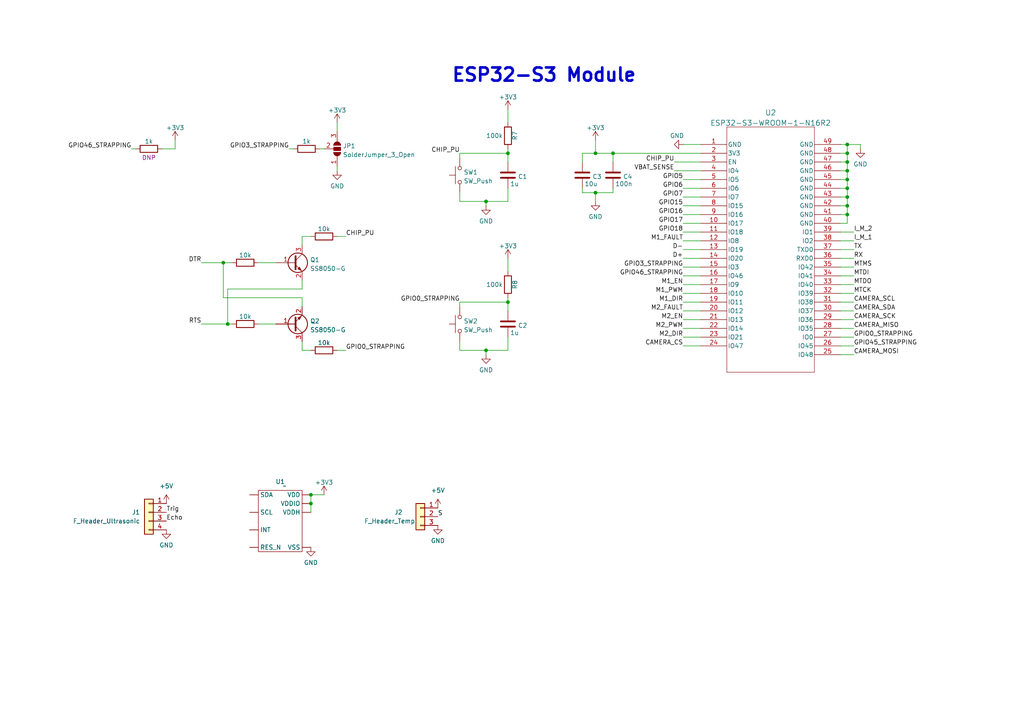
<source format=kicad_sch>
(kicad_sch (version 20230121) (generator eeschema)

  (uuid 668738a4-4fba-4c81-8219-00fa4ae32623)

  (paper "A4")

  (lib_symbols
    (symbol "Connector_Generic:Conn_01x03" (pin_names (offset 1.016) hide) (in_bom yes) (on_board yes)
      (property "Reference" "J" (at 0 5.08 0)
        (effects (font (size 1.27 1.27)))
      )
      (property "Value" "Conn_01x03" (at 0 -5.08 0)
        (effects (font (size 1.27 1.27)))
      )
      (property "Footprint" "" (at 0 0 0)
        (effects (font (size 1.27 1.27)) hide)
      )
      (property "Datasheet" "~" (at 0 0 0)
        (effects (font (size 1.27 1.27)) hide)
      )
      (property "ki_keywords" "connector" (at 0 0 0)
        (effects (font (size 1.27 1.27)) hide)
      )
      (property "ki_description" "Generic connector, single row, 01x03, script generated (kicad-library-utils/schlib/autogen/connector/)" (at 0 0 0)
        (effects (font (size 1.27 1.27)) hide)
      )
      (property "ki_fp_filters" "Connector*:*_1x??_*" (at 0 0 0)
        (effects (font (size 1.27 1.27)) hide)
      )
      (symbol "Conn_01x03_1_1"
        (rectangle (start -1.27 -2.413) (end 0 -2.667)
          (stroke (width 0.1524) (type default))
          (fill (type none))
        )
        (rectangle (start -1.27 0.127) (end 0 -0.127)
          (stroke (width 0.1524) (type default))
          (fill (type none))
        )
        (rectangle (start -1.27 2.667) (end 0 2.413)
          (stroke (width 0.1524) (type default))
          (fill (type none))
        )
        (rectangle (start -1.27 3.81) (end 1.27 -3.81)
          (stroke (width 0.254) (type default))
          (fill (type background))
        )
        (pin passive line (at -5.08 2.54 0) (length 3.81)
          (name "Pin_1" (effects (font (size 1.27 1.27))))
          (number "1" (effects (font (size 1.27 1.27))))
        )
        (pin passive line (at -5.08 0 0) (length 3.81)
          (name "Pin_2" (effects (font (size 1.27 1.27))))
          (number "2" (effects (font (size 1.27 1.27))))
        )
        (pin passive line (at -5.08 -2.54 0) (length 3.81)
          (name "Pin_3" (effects (font (size 1.27 1.27))))
          (number "3" (effects (font (size 1.27 1.27))))
        )
      )
    )
    (symbol "Connector_Generic:Conn_01x04" (pin_names (offset 1.016) hide) (in_bom yes) (on_board yes)
      (property "Reference" "J" (at 0 5.08 0)
        (effects (font (size 1.27 1.27)))
      )
      (property "Value" "Conn_01x04" (at 0 -7.62 0)
        (effects (font (size 1.27 1.27)))
      )
      (property "Footprint" "" (at 0 0 0)
        (effects (font (size 1.27 1.27)) hide)
      )
      (property "Datasheet" "~" (at 0 0 0)
        (effects (font (size 1.27 1.27)) hide)
      )
      (property "ki_keywords" "connector" (at 0 0 0)
        (effects (font (size 1.27 1.27)) hide)
      )
      (property "ki_description" "Generic connector, single row, 01x04, script generated (kicad-library-utils/schlib/autogen/connector/)" (at 0 0 0)
        (effects (font (size 1.27 1.27)) hide)
      )
      (property "ki_fp_filters" "Connector*:*_1x??_*" (at 0 0 0)
        (effects (font (size 1.27 1.27)) hide)
      )
      (symbol "Conn_01x04_1_1"
        (rectangle (start -1.27 -4.953) (end 0 -5.207)
          (stroke (width 0.1524) (type default))
          (fill (type none))
        )
        (rectangle (start -1.27 -2.413) (end 0 -2.667)
          (stroke (width 0.1524) (type default))
          (fill (type none))
        )
        (rectangle (start -1.27 0.127) (end 0 -0.127)
          (stroke (width 0.1524) (type default))
          (fill (type none))
        )
        (rectangle (start -1.27 2.667) (end 0 2.413)
          (stroke (width 0.1524) (type default))
          (fill (type none))
        )
        (rectangle (start -1.27 3.81) (end 1.27 -6.35)
          (stroke (width 0.254) (type default))
          (fill (type background))
        )
        (pin passive line (at -5.08 2.54 0) (length 3.81)
          (name "Pin_1" (effects (font (size 1.27 1.27))))
          (number "1" (effects (font (size 1.27 1.27))))
        )
        (pin passive line (at -5.08 0 0) (length 3.81)
          (name "Pin_2" (effects (font (size 1.27 1.27))))
          (number "2" (effects (font (size 1.27 1.27))))
        )
        (pin passive line (at -5.08 -2.54 0) (length 3.81)
          (name "Pin_3" (effects (font (size 1.27 1.27))))
          (number "3" (effects (font (size 1.27 1.27))))
        )
        (pin passive line (at -5.08 -5.08 0) (length 3.81)
          (name "Pin_4" (effects (font (size 1.27 1.27))))
          (number "4" (effects (font (size 1.27 1.27))))
        )
      )
    )
    (symbol "Device:Q_NPN_BEC" (pin_names (offset 0) hide) (in_bom yes) (on_board yes)
      (property "Reference" "Q" (at 5.08 1.27 0)
        (effects (font (size 1.27 1.27)) (justify left))
      )
      (property "Value" "Q_NPN_BEC" (at 5.08 -1.27 0)
        (effects (font (size 1.27 1.27)) (justify left))
      )
      (property "Footprint" "" (at 5.08 2.54 0)
        (effects (font (size 1.27 1.27)) hide)
      )
      (property "Datasheet" "~" (at 0 0 0)
        (effects (font (size 1.27 1.27)) hide)
      )
      (property "ki_keywords" "transistor NPN" (at 0 0 0)
        (effects (font (size 1.27 1.27)) hide)
      )
      (property "ki_description" "NPN transistor, base/emitter/collector" (at 0 0 0)
        (effects (font (size 1.27 1.27)) hide)
      )
      (symbol "Q_NPN_BEC_0_1"
        (polyline
          (pts
            (xy 0.635 0.635)
            (xy 2.54 2.54)
          )
          (stroke (width 0) (type default))
          (fill (type none))
        )
        (polyline
          (pts
            (xy 0.635 -0.635)
            (xy 2.54 -2.54)
            (xy 2.54 -2.54)
          )
          (stroke (width 0) (type default))
          (fill (type none))
        )
        (polyline
          (pts
            (xy 0.635 1.905)
            (xy 0.635 -1.905)
            (xy 0.635 -1.905)
          )
          (stroke (width 0.508) (type default))
          (fill (type none))
        )
        (polyline
          (pts
            (xy 1.27 -1.778)
            (xy 1.778 -1.27)
            (xy 2.286 -2.286)
            (xy 1.27 -1.778)
            (xy 1.27 -1.778)
          )
          (stroke (width 0) (type default))
          (fill (type outline))
        )
        (circle (center 1.27 0) (radius 2.8194)
          (stroke (width 0.254) (type default))
          (fill (type none))
        )
      )
      (symbol "Q_NPN_BEC_1_1"
        (pin input line (at -5.08 0 0) (length 5.715)
          (name "B" (effects (font (size 1.27 1.27))))
          (number "1" (effects (font (size 1.27 1.27))))
        )
        (pin passive line (at 2.54 -5.08 90) (length 2.54)
          (name "E" (effects (font (size 1.27 1.27))))
          (number "2" (effects (font (size 1.27 1.27))))
        )
        (pin passive line (at 2.54 5.08 270) (length 2.54)
          (name "C" (effects (font (size 1.27 1.27))))
          (number "3" (effects (font (size 1.27 1.27))))
        )
      )
    )
    (symbol "Jumper:SolderJumper_3_Open" (pin_names (offset 0) hide) (in_bom yes) (on_board yes)
      (property "Reference" "JP" (at -2.54 -2.54 0)
        (effects (font (size 1.27 1.27)))
      )
      (property "Value" "SolderJumper_3_Open" (at 0 2.794 0)
        (effects (font (size 1.27 1.27)))
      )
      (property "Footprint" "" (at 0 0 0)
        (effects (font (size 1.27 1.27)) hide)
      )
      (property "Datasheet" "~" (at 0 0 0)
        (effects (font (size 1.27 1.27)) hide)
      )
      (property "ki_keywords" "Solder Jumper SPDT" (at 0 0 0)
        (effects (font (size 1.27 1.27)) hide)
      )
      (property "ki_description" "Solder Jumper, 3-pole, open" (at 0 0 0)
        (effects (font (size 1.27 1.27)) hide)
      )
      (property "ki_fp_filters" "SolderJumper*Open*" (at 0 0 0)
        (effects (font (size 1.27 1.27)) hide)
      )
      (symbol "SolderJumper_3_Open_0_1"
        (arc (start -1.016 1.016) (mid -2.0276 0) (end -1.016 -1.016)
          (stroke (width 0) (type default))
          (fill (type none))
        )
        (arc (start -1.016 1.016) (mid -2.0276 0) (end -1.016 -1.016)
          (stroke (width 0) (type default))
          (fill (type outline))
        )
        (rectangle (start -0.508 1.016) (end 0.508 -1.016)
          (stroke (width 0) (type default))
          (fill (type outline))
        )
        (polyline
          (pts
            (xy -2.54 0)
            (xy -2.032 0)
          )
          (stroke (width 0) (type default))
          (fill (type none))
        )
        (polyline
          (pts
            (xy -1.016 1.016)
            (xy -1.016 -1.016)
          )
          (stroke (width 0) (type default))
          (fill (type none))
        )
        (polyline
          (pts
            (xy 0 -1.27)
            (xy 0 -1.016)
          )
          (stroke (width 0) (type default))
          (fill (type none))
        )
        (polyline
          (pts
            (xy 1.016 1.016)
            (xy 1.016 -1.016)
          )
          (stroke (width 0) (type default))
          (fill (type none))
        )
        (polyline
          (pts
            (xy 2.54 0)
            (xy 2.032 0)
          )
          (stroke (width 0) (type default))
          (fill (type none))
        )
        (arc (start 1.016 -1.016) (mid 2.0276 0) (end 1.016 1.016)
          (stroke (width 0) (type default))
          (fill (type none))
        )
        (arc (start 1.016 -1.016) (mid 2.0276 0) (end 1.016 1.016)
          (stroke (width 0) (type default))
          (fill (type outline))
        )
      )
      (symbol "SolderJumper_3_Open_1_1"
        (pin passive line (at -5.08 0 0) (length 2.54)
          (name "A" (effects (font (size 1.27 1.27))))
          (number "1" (effects (font (size 1.27 1.27))))
        )
        (pin passive line (at 0 -3.81 90) (length 2.54)
          (name "C" (effects (font (size 1.27 1.27))))
          (number "2" (effects (font (size 1.27 1.27))))
        )
        (pin passive line (at 5.08 0 180) (length 2.54)
          (name "B" (effects (font (size 1.27 1.27))))
          (number "3" (effects (font (size 1.27 1.27))))
        )
      )
    )
    (symbol "Sensor_Gas:ZMOD4410" (in_bom yes) (on_board yes)
      (property "Reference" "U" (at 0 0 0)
        (effects (font (size 1.27 1.27)))
      )
      (property "Value" "" (at 0 0 0)
        (effects (font (size 1.27 1.27)))
      )
      (property "Footprint" "" (at 0 0 0)
        (effects (font (size 1.27 1.27)) hide)
      )
      (property "Datasheet" "" (at 0 0 0)
        (effects (font (size 1.27 1.27)) hide)
      )
      (symbol "ZMOD4410_0_1"
        (rectangle (start -7.62 -1.27) (end 5.08 -19.05)
          (stroke (width 0) (type default))
          (fill (type none))
        )
      )
      (symbol "ZMOD4410_1_1"
        (pin input line (at -10.16 -12.7 0) (length 2.54)
          (name "INT" (effects (font (size 1.27 1.27))))
          (number "" (effects (font (size 1.27 1.27))))
        )
        (pin input line (at -10.16 -17.78 0) (length 2.54)
          (name "RES_N" (effects (font (size 1.27 1.27))))
          (number "" (effects (font (size 1.27 1.27))))
        )
        (pin input line (at -10.16 -7.62 0) (length 2.54)
          (name "SCL" (effects (font (size 1.27 1.27))))
          (number "" (effects (font (size 1.27 1.27))))
        )
        (pin bidirectional line (at -10.16 -2.54 0) (length 2.54)
          (name "SDA" (effects (font (size 1.27 1.27))))
          (number "" (effects (font (size 1.27 1.27))))
        )
        (pin power_in line (at 7.62 -2.54 180) (length 2.54)
          (name "VDD" (effects (font (size 1.27 1.27))))
          (number "" (effects (font (size 1.27 1.27))))
        )
        (pin power_in line (at 7.62 -7.62 180) (length 2.54)
          (name "VDDH" (effects (font (size 1.27 1.27))))
          (number "" (effects (font (size 1.27 1.27))))
        )
        (pin power_in line (at 7.62 -5.08 180) (length 2.54)
          (name "VDDIO" (effects (font (size 1.27 1.27))))
          (number "" (effects (font (size 1.27 1.27))))
        )
        (pin power_out line (at 7.62 -17.78 180) (length 2.54)
          (name "VSS" (effects (font (size 1.27 1.27))))
          (number "" (effects (font (size 1.27 1.27))))
        )
      )
    )
    (symbol "Switch:SW_Push" (pin_numbers hide) (pin_names (offset 1.016) hide) (in_bom yes) (on_board yes)
      (property "Reference" "SW" (at 1.27 2.54 0)
        (effects (font (size 1.27 1.27)) (justify left))
      )
      (property "Value" "SW_Push" (at 0 -1.524 0)
        (effects (font (size 1.27 1.27)))
      )
      (property "Footprint" "" (at 0 5.08 0)
        (effects (font (size 1.27 1.27)) hide)
      )
      (property "Datasheet" "~" (at 0 5.08 0)
        (effects (font (size 1.27 1.27)) hide)
      )
      (property "ki_keywords" "switch normally-open pushbutton push-button" (at 0 0 0)
        (effects (font (size 1.27 1.27)) hide)
      )
      (property "ki_description" "Push button switch, generic, two pins" (at 0 0 0)
        (effects (font (size 1.27 1.27)) hide)
      )
      (symbol "SW_Push_0_1"
        (circle (center -2.032 0) (radius 0.508)
          (stroke (width 0) (type default))
          (fill (type none))
        )
        (polyline
          (pts
            (xy 0 1.27)
            (xy 0 3.048)
          )
          (stroke (width 0) (type default))
          (fill (type none))
        )
        (polyline
          (pts
            (xy 2.54 1.27)
            (xy -2.54 1.27)
          )
          (stroke (width 0) (type default))
          (fill (type none))
        )
        (circle (center 2.032 0) (radius 0.508)
          (stroke (width 0) (type default))
          (fill (type none))
        )
        (pin passive line (at -5.08 0 0) (length 2.54)
          (name "1" (effects (font (size 1.27 1.27))))
          (number "1" (effects (font (size 1.27 1.27))))
        )
        (pin passive line (at 5.08 0 180) (length 2.54)
          (name "2" (effects (font (size 1.27 1.27))))
          (number "2" (effects (font (size 1.27 1.27))))
        )
      )
    )
    (symbol "basic:C" (pin_numbers hide) (pin_names (offset 0.254)) (in_bom yes) (on_board yes)
      (property "Reference" "C" (at 0.635 2.54 0)
        (effects (font (size 1.27 1.27)) (justify left))
      )
      (property "Value" "C" (at 0.635 -2.54 0)
        (effects (font (size 1.27 1.27)) (justify left) hide)
      )
      (property "Footprint" "" (at 0.9652 -3.81 0)
        (effects (font (size 1.27 1.27)) hide)
      )
      (property "Datasheet" "~" (at 0 0 0)
        (effects (font (size 1.27 1.27)) hide)
      )
      (property "ki_keywords" "cap capacitor" (at 0 0 0)
        (effects (font (size 1.27 1.27)) hide)
      )
      (property "ki_description" "Unpolarized capacitor" (at 0 0 0)
        (effects (font (size 1.27 1.27)) hide)
      )
      (property "ki_fp_filters" "C_*" (at 0 0 0)
        (effects (font (size 1.27 1.27)) hide)
      )
      (symbol "C_0_1"
        (polyline
          (pts
            (xy -2.032 -0.762)
            (xy 2.032 -0.762)
          )
          (stroke (width 0.508) (type default))
          (fill (type none))
        )
        (polyline
          (pts
            (xy -2.032 0.762)
            (xy 2.032 0.762)
          )
          (stroke (width 0.508) (type default))
          (fill (type none))
        )
      )
      (symbol "C_1_1"
        (pin passive line (at 0 3.81 270) (length 2.794)
          (name "~" (effects (font (size 1.27 1.27))))
          (number "1" (effects (font (size 1.27 1.27))))
        )
        (pin passive line (at 0 -3.81 90) (length 2.794)
          (name "~" (effects (font (size 1.27 1.27))))
          (number "2" (effects (font (size 1.27 1.27))))
        )
      )
    )
    (symbol "basic:R" (pin_numbers hide) (pin_names (offset 0)) (in_bom yes) (on_board yes)
      (property "Reference" "R" (at 2.032 0 90)
        (effects (font (size 1.27 1.27)) hide)
      )
      (property "Value" "R" (at 0 0 90)
        (effects (font (size 1.27 1.27)))
      )
      (property "Footprint" "" (at -1.778 0 90)
        (effects (font (size 1.27 1.27)) hide)
      )
      (property "Datasheet" "~" (at 0 0 0)
        (effects (font (size 1.27 1.27)) hide)
      )
      (property "ki_keywords" "R res resistor" (at 0 0 0)
        (effects (font (size 1.27 1.27)) hide)
      )
      (property "ki_description" "Resistor" (at 0 0 0)
        (effects (font (size 1.27 1.27)) hide)
      )
      (property "ki_fp_filters" "R_*" (at 0 0 0)
        (effects (font (size 1.27 1.27)) hide)
      )
      (symbol "R_0_1"
        (rectangle (start -1.016 -2.54) (end 1.016 2.54)
          (stroke (width 0.254) (type default))
          (fill (type none))
        )
      )
      (symbol "R_1_1"
        (pin passive line (at 0 3.81 270) (length 1.27)
          (name "~" (effects (font (size 1.27 1.27))))
          (number "1" (effects (font (size 1.27 1.27))))
        )
        (pin passive line (at 0 -3.81 90) (length 1.27)
          (name "~" (effects (font (size 1.27 1.27))))
          (number "2" (effects (font (size 1.27 1.27))))
        )
      )
    )
    (symbol "local_symbols:ESP32-S3-WROOM-1-N16R2" (pin_names (offset 0.254)) (in_bom yes) (on_board yes)
      (property "Reference" "U" (at 20.32 10.16 0)
        (effects (font (size 1.524 1.524)))
      )
      (property "Value" "ESP32-S3-WROOM-1-N16R2" (at 20.32 7.62 0)
        (effects (font (size 1.524 1.524)))
      )
      (property "Footprint" "ESP32-S3-WROOM-1_EXP" (at 0 0 0)
        (effects (font (size 1.27 1.27) italic) hide)
      )
      (property "Datasheet" "ESP32-S3-WROOM-1-N16R2" (at 0 0 0)
        (effects (font (size 1.27 1.27) italic) hide)
      )
      (property "ki_locked" "" (at 0 0 0)
        (effects (font (size 1.27 1.27)))
      )
      (property "ki_keywords" "ESP32-S3-WROOM-1-N16R2" (at 0 0 0)
        (effects (font (size 1.27 1.27)) hide)
      )
      (property "ki_fp_filters" "ESP32-S3-WROOM-1_EXP" (at 0 0 0)
        (effects (font (size 1.27 1.27)) hide)
      )
      (symbol "ESP32-S3-WROOM-1-N16R2_0_1"
        (polyline
          (pts
            (xy 7.62 -66.04)
            (xy 33.02 -66.04)
          )
          (stroke (width 0.127) (type default))
          (fill (type none))
        )
        (polyline
          (pts
            (xy 7.62 5.08)
            (xy 7.62 -66.04)
          )
          (stroke (width 0.127) (type default))
          (fill (type none))
        )
        (polyline
          (pts
            (xy 33.02 -66.04)
            (xy 33.02 5.08)
          )
          (stroke (width 0.127) (type default))
          (fill (type none))
        )
        (polyline
          (pts
            (xy 33.02 5.08)
            (xy 7.62 5.08)
          )
          (stroke (width 0.127) (type default))
          (fill (type none))
        )
        (pin power_out line (at 0 0 0) (length 7.62)
          (name "GND" (effects (font (size 1.27 1.27))))
          (number "1" (effects (font (size 1.27 1.27))))
        )
        (pin bidirectional line (at 0 -22.86 0) (length 7.62)
          (name "IO17" (effects (font (size 1.27 1.27))))
          (number "10" (effects (font (size 1.27 1.27))))
        )
        (pin bidirectional line (at 0 -25.4 0) (length 7.62)
          (name "IO18" (effects (font (size 1.27 1.27))))
          (number "11" (effects (font (size 1.27 1.27))))
        )
        (pin bidirectional line (at 0 -27.94 0) (length 7.62)
          (name "IO8" (effects (font (size 1.27 1.27))))
          (number "12" (effects (font (size 1.27 1.27))))
        )
        (pin bidirectional line (at 0 -30.48 0) (length 7.62)
          (name "IO19" (effects (font (size 1.27 1.27))))
          (number "13" (effects (font (size 1.27 1.27))))
        )
        (pin bidirectional line (at 0 -33.02 0) (length 7.62)
          (name "IO20" (effects (font (size 1.27 1.27))))
          (number "14" (effects (font (size 1.27 1.27))))
        )
        (pin bidirectional line (at 0 -35.56 0) (length 7.62)
          (name "IO3" (effects (font (size 1.27 1.27))))
          (number "15" (effects (font (size 1.27 1.27))))
        )
        (pin bidirectional line (at 0 -38.1 0) (length 7.62)
          (name "IO46" (effects (font (size 1.27 1.27))))
          (number "16" (effects (font (size 1.27 1.27))))
        )
        (pin bidirectional line (at 0 -40.64 0) (length 7.62)
          (name "IO9" (effects (font (size 1.27 1.27))))
          (number "17" (effects (font (size 1.27 1.27))))
        )
        (pin bidirectional line (at 0 -43.18 0) (length 7.62)
          (name "IO10" (effects (font (size 1.27 1.27))))
          (number "18" (effects (font (size 1.27 1.27))))
        )
        (pin bidirectional line (at 0 -45.72 0) (length 7.62)
          (name "IO11" (effects (font (size 1.27 1.27))))
          (number "19" (effects (font (size 1.27 1.27))))
        )
        (pin power_in line (at 0 -2.54 0) (length 7.62)
          (name "3V3" (effects (font (size 1.27 1.27))))
          (number "2" (effects (font (size 1.27 1.27))))
        )
        (pin bidirectional line (at 0 -48.26 0) (length 7.62)
          (name "IO12" (effects (font (size 1.27 1.27))))
          (number "20" (effects (font (size 1.27 1.27))))
        )
        (pin bidirectional line (at 0 -50.8 0) (length 7.62)
          (name "IO13" (effects (font (size 1.27 1.27))))
          (number "21" (effects (font (size 1.27 1.27))))
        )
        (pin bidirectional line (at 0 -53.34 0) (length 7.62)
          (name "IO14" (effects (font (size 1.27 1.27))))
          (number "22" (effects (font (size 1.27 1.27))))
        )
        (pin bidirectional line (at 0 -55.88 0) (length 7.62)
          (name "IO21" (effects (font (size 1.27 1.27))))
          (number "23" (effects (font (size 1.27 1.27))))
        )
        (pin bidirectional line (at 0 -58.42 0) (length 7.62)
          (name "IO47" (effects (font (size 1.27 1.27))))
          (number "24" (effects (font (size 1.27 1.27))))
        )
        (pin bidirectional line (at 40.64 -60.96 180) (length 7.62)
          (name "IO48" (effects (font (size 1.27 1.27))))
          (number "25" (effects (font (size 1.27 1.27))))
        )
        (pin bidirectional line (at 40.64 -58.42 180) (length 7.62)
          (name "IO45" (effects (font (size 1.27 1.27))))
          (number "26" (effects (font (size 1.27 1.27))))
        )
        (pin bidirectional line (at 40.64 -55.88 180) (length 7.62)
          (name "IO0" (effects (font (size 1.27 1.27))))
          (number "27" (effects (font (size 1.27 1.27))))
        )
        (pin bidirectional line (at 40.64 -53.34 180) (length 7.62)
          (name "IO35" (effects (font (size 1.27 1.27))))
          (number "28" (effects (font (size 1.27 1.27))))
        )
        (pin bidirectional line (at 40.64 -50.8 180) (length 7.62)
          (name "IO36" (effects (font (size 1.27 1.27))))
          (number "29" (effects (font (size 1.27 1.27))))
        )
        (pin input line (at 0 -5.08 0) (length 7.62)
          (name "EN" (effects (font (size 1.27 1.27))))
          (number "3" (effects (font (size 1.27 1.27))))
        )
        (pin bidirectional line (at 40.64 -48.26 180) (length 7.62)
          (name "IO37" (effects (font (size 1.27 1.27))))
          (number "30" (effects (font (size 1.27 1.27))))
        )
        (pin bidirectional line (at 40.64 -45.72 180) (length 7.62)
          (name "IO38" (effects (font (size 1.27 1.27))))
          (number "31" (effects (font (size 1.27 1.27))))
        )
        (pin bidirectional line (at 40.64 -43.18 180) (length 7.62)
          (name "IO39" (effects (font (size 1.27 1.27))))
          (number "32" (effects (font (size 1.27 1.27))))
        )
        (pin bidirectional line (at 40.64 -40.64 180) (length 7.62)
          (name "IO40" (effects (font (size 1.27 1.27))))
          (number "33" (effects (font (size 1.27 1.27))))
        )
        (pin bidirectional line (at 40.64 -38.1 180) (length 7.62)
          (name "IO41" (effects (font (size 1.27 1.27))))
          (number "34" (effects (font (size 1.27 1.27))))
        )
        (pin bidirectional line (at 40.64 -35.56 180) (length 7.62)
          (name "IO42" (effects (font (size 1.27 1.27))))
          (number "35" (effects (font (size 1.27 1.27))))
        )
        (pin bidirectional line (at 40.64 -33.02 180) (length 7.62)
          (name "RXD0" (effects (font (size 1.27 1.27))))
          (number "36" (effects (font (size 1.27 1.27))))
        )
        (pin bidirectional line (at 40.64 -30.48 180) (length 7.62)
          (name "TXD0" (effects (font (size 1.27 1.27))))
          (number "37" (effects (font (size 1.27 1.27))))
        )
        (pin bidirectional line (at 40.64 -27.94 180) (length 7.62)
          (name "IO2" (effects (font (size 1.27 1.27))))
          (number "38" (effects (font (size 1.27 1.27))))
        )
        (pin bidirectional line (at 40.64 -25.4 180) (length 7.62)
          (name "IO1" (effects (font (size 1.27 1.27))))
          (number "39" (effects (font (size 1.27 1.27))))
        )
        (pin bidirectional line (at 0 -7.62 0) (length 7.62)
          (name "IO4" (effects (font (size 1.27 1.27))))
          (number "4" (effects (font (size 1.27 1.27))))
        )
        (pin power_out line (at 40.64 -22.86 180) (length 7.62)
          (name "GND" (effects (font (size 1.27 1.27))))
          (number "40" (effects (font (size 1.27 1.27))))
        )
        (pin power_out line (at 40.64 -20.32 180) (length 7.62)
          (name "GND" (effects (font (size 1.27 1.27))))
          (number "41" (effects (font (size 1.27 1.27))))
        )
        (pin power_out line (at 40.64 -17.78 180) (length 7.62)
          (name "GND" (effects (font (size 1.27 1.27))))
          (number "42" (effects (font (size 1.27 1.27))))
        )
        (pin power_out line (at 40.64 -15.24 180) (length 7.62)
          (name "GND" (effects (font (size 1.27 1.27))))
          (number "43" (effects (font (size 1.27 1.27))))
        )
        (pin power_out line (at 40.64 -12.7 180) (length 7.62)
          (name "GND" (effects (font (size 1.27 1.27))))
          (number "44" (effects (font (size 1.27 1.27))))
        )
        (pin power_out line (at 40.64 -10.16 180) (length 7.62)
          (name "GND" (effects (font (size 1.27 1.27))))
          (number "45" (effects (font (size 1.27 1.27))))
        )
        (pin power_out line (at 40.64 -7.62 180) (length 7.62)
          (name "GND" (effects (font (size 1.27 1.27))))
          (number "46" (effects (font (size 1.27 1.27))))
        )
        (pin power_out line (at 40.64 -5.08 180) (length 7.62)
          (name "GND" (effects (font (size 1.27 1.27))))
          (number "47" (effects (font (size 1.27 1.27))))
        )
        (pin power_out line (at 40.64 -2.54 180) (length 7.62)
          (name "GND" (effects (font (size 1.27 1.27))))
          (number "48" (effects (font (size 1.27 1.27))))
        )
        (pin power_out line (at 40.64 0 180) (length 7.62)
          (name "GND" (effects (font (size 1.27 1.27))))
          (number "49" (effects (font (size 1.27 1.27))))
        )
        (pin bidirectional line (at 0 -10.16 0) (length 7.62)
          (name "IO5" (effects (font (size 1.27 1.27))))
          (number "5" (effects (font (size 1.27 1.27))))
        )
        (pin bidirectional line (at 0 -12.7 0) (length 7.62)
          (name "IO6" (effects (font (size 1.27 1.27))))
          (number "6" (effects (font (size 1.27 1.27))))
        )
        (pin bidirectional line (at 0 -15.24 0) (length 7.62)
          (name "IO7" (effects (font (size 1.27 1.27))))
          (number "7" (effects (font (size 1.27 1.27))))
        )
        (pin bidirectional line (at 0 -17.78 0) (length 7.62)
          (name "IO15" (effects (font (size 1.27 1.27))))
          (number "8" (effects (font (size 1.27 1.27))))
        )
        (pin bidirectional line (at 0 -20.32 0) (length 7.62)
          (name "IO16" (effects (font (size 1.27 1.27))))
          (number "9" (effects (font (size 1.27 1.27))))
        )
      )
    )
    (symbol "power:+3V3" (power) (pin_names (offset 0)) (in_bom yes) (on_board yes)
      (property "Reference" "#PWR" (at 0 -3.81 0)
        (effects (font (size 1.27 1.27)) hide)
      )
      (property "Value" "+3V3" (at 0 3.556 0)
        (effects (font (size 1.27 1.27)))
      )
      (property "Footprint" "" (at 0 0 0)
        (effects (font (size 1.27 1.27)) hide)
      )
      (property "Datasheet" "" (at 0 0 0)
        (effects (font (size 1.27 1.27)) hide)
      )
      (property "ki_keywords" "power-flag" (at 0 0 0)
        (effects (font (size 1.27 1.27)) hide)
      )
      (property "ki_description" "Power symbol creates a global label with name \"+3V3\"" (at 0 0 0)
        (effects (font (size 1.27 1.27)) hide)
      )
      (symbol "+3V3_0_1"
        (polyline
          (pts
            (xy -0.762 1.27)
            (xy 0 2.54)
          )
          (stroke (width 0) (type default))
          (fill (type none))
        )
        (polyline
          (pts
            (xy 0 0)
            (xy 0 2.54)
          )
          (stroke (width 0) (type default))
          (fill (type none))
        )
        (polyline
          (pts
            (xy 0 2.54)
            (xy 0.762 1.27)
          )
          (stroke (width 0) (type default))
          (fill (type none))
        )
      )
      (symbol "+3V3_1_1"
        (pin power_in line (at 0 0 90) (length 0) hide
          (name "+3V3" (effects (font (size 1.27 1.27))))
          (number "1" (effects (font (size 1.27 1.27))))
        )
      )
    )
    (symbol "power:+5V" (power) (pin_names (offset 0)) (in_bom yes) (on_board yes)
      (property "Reference" "#PWR" (at 0 -3.81 0)
        (effects (font (size 1.27 1.27)) hide)
      )
      (property "Value" "+5V" (at 0 3.556 0)
        (effects (font (size 1.27 1.27)))
      )
      (property "Footprint" "" (at 0 0 0)
        (effects (font (size 1.27 1.27)) hide)
      )
      (property "Datasheet" "" (at 0 0 0)
        (effects (font (size 1.27 1.27)) hide)
      )
      (property "ki_keywords" "global power" (at 0 0 0)
        (effects (font (size 1.27 1.27)) hide)
      )
      (property "ki_description" "Power symbol creates a global label with name \"+5V\"" (at 0 0 0)
        (effects (font (size 1.27 1.27)) hide)
      )
      (symbol "+5V_0_1"
        (polyline
          (pts
            (xy -0.762 1.27)
            (xy 0 2.54)
          )
          (stroke (width 0) (type default))
          (fill (type none))
        )
        (polyline
          (pts
            (xy 0 0)
            (xy 0 2.54)
          )
          (stroke (width 0) (type default))
          (fill (type none))
        )
        (polyline
          (pts
            (xy 0 2.54)
            (xy 0.762 1.27)
          )
          (stroke (width 0) (type default))
          (fill (type none))
        )
      )
      (symbol "+5V_1_1"
        (pin power_in line (at 0 0 90) (length 0) hide
          (name "+5V" (effects (font (size 1.27 1.27))))
          (number "1" (effects (font (size 1.27 1.27))))
        )
      )
    )
    (symbol "power:GND" (power) (pin_names (offset 0)) (in_bom yes) (on_board yes)
      (property "Reference" "#PWR" (at 0 -6.35 0)
        (effects (font (size 1.27 1.27)) hide)
      )
      (property "Value" "GND" (at 0 -3.81 0)
        (effects (font (size 1.27 1.27)))
      )
      (property "Footprint" "" (at 0 0 0)
        (effects (font (size 1.27 1.27)) hide)
      )
      (property "Datasheet" "" (at 0 0 0)
        (effects (font (size 1.27 1.27)) hide)
      )
      (property "ki_keywords" "power-flag" (at 0 0 0)
        (effects (font (size 1.27 1.27)) hide)
      )
      (property "ki_description" "Power symbol creates a global label with name \"GND\" , ground" (at 0 0 0)
        (effects (font (size 1.27 1.27)) hide)
      )
      (symbol "GND_0_1"
        (polyline
          (pts
            (xy 0 0)
            (xy 0 -1.27)
            (xy 1.27 -1.27)
            (xy 0 -2.54)
            (xy -1.27 -1.27)
            (xy 0 -1.27)
          )
          (stroke (width 0) (type default))
          (fill (type none))
        )
      )
      (symbol "GND_1_1"
        (pin power_in line (at 0 0 270) (length 0) hide
          (name "GND" (effects (font (size 1.27 1.27))))
          (number "1" (effects (font (size 1.27 1.27))))
        )
      )
    )
  )

  (junction (at 245.745 62.23) (diameter 0) (color 0 0 0 0)
    (uuid 08c12525-63a6-4f19-a47e-0fd4c9e53193)
  )
  (junction (at 245.745 59.69) (diameter 0) (color 0 0 0 0)
    (uuid 0b2b23cf-2d7d-4083-8526-b44d1be72dcb)
  )
  (junction (at 245.745 57.15) (diameter 0) (color 0 0 0 0)
    (uuid 246f6629-1be3-440e-996b-bd32ee523b23)
  )
  (junction (at 245.745 49.53) (diameter 0) (color 0 0 0 0)
    (uuid 59fad53d-6e34-4332-b23b-9a1ac35071c2)
  )
  (junction (at 140.97 58.42) (diameter 0) (color 0 0 0 0)
    (uuid 5cc0b6e9-ac89-478b-a5bf-fc91890acf78)
  )
  (junction (at 172.72 55.88) (diameter 0) (color 0 0 0 0)
    (uuid 5eea7444-b4fb-48cf-8873-332c40d1d590)
  )
  (junction (at 245.745 44.45) (diameter 0) (color 0 0 0 0)
    (uuid 64a79c12-c640-4425-b944-63b8a0b2f89c)
  )
  (junction (at 172.72 44.45) (diameter 0) (color 0 0 0 0)
    (uuid 6604d418-40bb-4955-9f4d-fcc457465454)
  )
  (junction (at 245.745 46.99) (diameter 0) (color 0 0 0 0)
    (uuid 6b1875ad-fc48-4fcc-84ce-e79db9453da8)
  )
  (junction (at 245.745 52.07) (diameter 0) (color 0 0 0 0)
    (uuid 6b20b375-3f56-4652-bf4a-a4391a5db5f5)
  )
  (junction (at 147.32 44.45) (diameter 0) (color 0 0 0 0)
    (uuid 807860c8-9d65-4727-a5ef-853bcdb38a60)
  )
  (junction (at 66.04 93.98) (diameter 0) (color 0 0 0 0)
    (uuid 8b2efd76-d61c-40d5-9901-220db593768e)
  )
  (junction (at 245.745 54.61) (diameter 0) (color 0 0 0 0)
    (uuid 96c5bfe6-ff14-489a-bbf3-0053206012f8)
  )
  (junction (at 90.17 146.05) (diameter 0) (color 0 0 0 0)
    (uuid 96fcd71c-3d39-4043-a42a-38fc7b107b59)
  )
  (junction (at 147.32 87.63) (diameter 0) (color 0 0 0 0)
    (uuid aaa91c53-70b9-4751-a17c-da75112adfb0)
  )
  (junction (at 140.97 101.6) (diameter 0) (color 0 0 0 0)
    (uuid bf4756d7-4c91-4bf3-a728-a999e07bcda0)
  )
  (junction (at 177.8 44.45) (diameter 0) (color 0 0 0 0)
    (uuid cb6b651e-a04a-42bb-b281-32888a5f2d31)
  )
  (junction (at 64.77 76.2) (diameter 0) (color 0 0 0 0)
    (uuid e1d613f2-ccfc-4429-8680-6c60e4c53ec1)
  )
  (junction (at 245.745 41.91) (diameter 0) (color 0 0 0 0)
    (uuid e5971096-3266-45e3-bdff-4c789e2f7f69)
  )
  (junction (at 90.17 143.51) (diameter 0) (color 0 0 0 0)
    (uuid edf0c9a7-4f63-4d93-9ef2-208714d25065)
  )

  (wire (pts (xy 177.8 54.61) (xy 177.8 55.88))
    (stroke (width 0) (type default))
    (uuid 052eacb0-d5ce-4466-bb95-8c83ebbc37ce)
  )
  (wire (pts (xy 87.63 68.58) (xy 87.63 71.12))
    (stroke (width 0) (type default))
    (uuid 05d03e40-0556-4af9-b6f2-ddca4689b1c8)
  )
  (wire (pts (xy 245.745 54.61) (xy 245.745 52.07))
    (stroke (width 0) (type default))
    (uuid 09f88671-7565-46cc-b04b-172c61d5e976)
  )
  (wire (pts (xy 133.35 58.42) (xy 140.97 58.42))
    (stroke (width 0) (type default))
    (uuid 0a2e0753-2541-43b0-ac7f-bacaa403632a)
  )
  (wire (pts (xy 97.79 101.6) (xy 100.33 101.6))
    (stroke (width 0) (type default))
    (uuid 0da3f7d0-5da3-4b43-a6cc-809e7f96ac36)
  )
  (wire (pts (xy 97.79 35.56) (xy 97.79 38.1))
    (stroke (width 0) (type default))
    (uuid 0e6bf548-a33f-4a52-892d-3b521ecb06f8)
  )
  (wire (pts (xy 87.63 81.28) (xy 87.63 83.82))
    (stroke (width 0) (type default))
    (uuid 11ebb24e-40c1-4272-b963-a58f0ac36da3)
  )
  (wire (pts (xy 177.8 44.45) (xy 203.2 44.45))
    (stroke (width 0) (type default))
    (uuid 11f9dd49-f380-4f6b-a360-28574ee6656e)
  )
  (wire (pts (xy 198.12 67.31) (xy 203.2 67.31))
    (stroke (width 0) (type default))
    (uuid 1315e68b-bcaf-4d14-b11c-6d0997c4c035)
  )
  (wire (pts (xy 147.32 31.75) (xy 147.32 35.56))
    (stroke (width 0) (type default))
    (uuid 14563ea6-4425-4a6b-b52c-ff1df940a0ce)
  )
  (wire (pts (xy 64.77 76.2) (xy 67.31 76.2))
    (stroke (width 0) (type default))
    (uuid 1571e4e2-b147-46f8-86b6-f4266e6573ad)
  )
  (wire (pts (xy 97.79 68.58) (xy 100.33 68.58))
    (stroke (width 0) (type default))
    (uuid 17dfe5eb-6afb-45be-9f25-51384bbf8cb9)
  )
  (wire (pts (xy 147.32 43.18) (xy 147.32 44.45))
    (stroke (width 0) (type default))
    (uuid 1a3fa4ab-8c23-4cb8-9032-773878922cb4)
  )
  (wire (pts (xy 243.84 74.93) (xy 247.65 74.93))
    (stroke (width 0) (type default))
    (uuid 1bba27d5-f02f-40b7-be42-6b2fb8333b04)
  )
  (wire (pts (xy 133.35 88.9) (xy 133.35 87.63))
    (stroke (width 0) (type default))
    (uuid 1e06eaf5-3ac6-40bf-9f7a-77bc6735355b)
  )
  (wire (pts (xy 195.58 49.53) (xy 203.2 49.53))
    (stroke (width 0) (type default))
    (uuid 25c8c6b0-3577-496a-92d1-6e350c475f13)
  )
  (wire (pts (xy 243.84 62.23) (xy 245.745 62.23))
    (stroke (width 0) (type default))
    (uuid 289abd63-a20d-437c-99be-00376d4184a3)
  )
  (wire (pts (xy 243.84 90.17) (xy 247.65 90.17))
    (stroke (width 0) (type default))
    (uuid 28b810ff-d6f2-44e3-bbd6-6a80d4b81d0f)
  )
  (wire (pts (xy 90.17 146.05) (xy 90.17 148.59))
    (stroke (width 0) (type default))
    (uuid 2a6fee3b-5517-48c7-a0d5-6eb267aa9e43)
  )
  (wire (pts (xy 243.84 102.87) (xy 247.65 102.87))
    (stroke (width 0) (type default))
    (uuid 2b9056f1-7b96-42c7-bc9e-14de7bf3b68d)
  )
  (wire (pts (xy 133.35 99.06) (xy 133.35 101.6))
    (stroke (width 0) (type default))
    (uuid 2d0ef717-22d5-4168-be49-178f74b713dc)
  )
  (wire (pts (xy 198.12 41.91) (xy 203.2 41.91))
    (stroke (width 0) (type default))
    (uuid 2d37e9cd-9a0c-4cb8-b6cc-3e162c96aa63)
  )
  (wire (pts (xy 243.84 64.77) (xy 245.745 64.77))
    (stroke (width 0) (type default))
    (uuid 2ecfdfb1-4b77-4ecc-b7a8-710881ec4d3e)
  )
  (wire (pts (xy 92.71 43.18) (xy 93.98 43.18))
    (stroke (width 0) (type default))
    (uuid 2fe7dbf5-adb2-4f62-8f3c-0c326cef9baf)
  )
  (wire (pts (xy 46.99 43.18) (xy 50.8 43.18))
    (stroke (width 0) (type default))
    (uuid 37241985-6ec1-4397-8a82-1f2f1153581c)
  )
  (wire (pts (xy 243.84 54.61) (xy 245.745 54.61))
    (stroke (width 0) (type default))
    (uuid 3ffc4cc3-afde-4175-b400-a5d775908044)
  )
  (wire (pts (xy 243.84 49.53) (xy 245.745 49.53))
    (stroke (width 0) (type default))
    (uuid 475792cb-4f83-4d14-8ccc-6f6227a23a2a)
  )
  (wire (pts (xy 243.84 87.63) (xy 247.65 87.63))
    (stroke (width 0) (type default))
    (uuid 47e636b6-88f6-408a-9142-d3385dd556e1)
  )
  (wire (pts (xy 198.12 72.39) (xy 203.2 72.39))
    (stroke (width 0) (type default))
    (uuid 4e259f24-848c-464f-8ec1-f40843f3e750)
  )
  (wire (pts (xy 172.72 55.88) (xy 172.72 58.42))
    (stroke (width 0) (type default))
    (uuid 4f320d15-feaf-4088-9efb-1b4d51d00c35)
  )
  (wire (pts (xy 243.84 59.69) (xy 245.745 59.69))
    (stroke (width 0) (type default))
    (uuid 5114793c-bf97-416e-bbe2-a260d620ccc9)
  )
  (wire (pts (xy 198.12 100.33) (xy 203.2 100.33))
    (stroke (width 0) (type default))
    (uuid 51f72149-1376-4c4a-99b6-11b70c1b6518)
  )
  (wire (pts (xy 198.12 80.01) (xy 203.2 80.01))
    (stroke (width 0) (type default))
    (uuid 53e2eb2f-7d10-4bfc-bbbb-ee45b8126916)
  )
  (wire (pts (xy 90.17 68.58) (xy 87.63 68.58))
    (stroke (width 0) (type default))
    (uuid 580a6db4-bf0f-4a7a-9f93-128baf8a10ec)
  )
  (wire (pts (xy 87.63 83.82) (xy 66.04 83.82))
    (stroke (width 0) (type default))
    (uuid 5aa07472-b4df-4a3d-89c2-688644ceffd5)
  )
  (wire (pts (xy 147.32 44.45) (xy 147.32 46.99))
    (stroke (width 0) (type default))
    (uuid 5ca9a4c1-92d4-4330-8705-deaccf32e020)
  )
  (wire (pts (xy 74.93 93.98) (xy 80.01 93.98))
    (stroke (width 0) (type default))
    (uuid 5d00c701-0f7f-4a0a-b1c4-f9fd4b31d4bd)
  )
  (wire (pts (xy 87.63 88.9) (xy 87.63 86.36))
    (stroke (width 0) (type default))
    (uuid 6151082c-ac0c-4461-bc8c-83b4005a0f91)
  )
  (wire (pts (xy 198.12 85.09) (xy 203.2 85.09))
    (stroke (width 0) (type default))
    (uuid 621d031c-d4a2-4955-8bd5-f3280d7d22bb)
  )
  (wire (pts (xy 147.32 97.79) (xy 147.32 101.6))
    (stroke (width 0) (type default))
    (uuid 6238f09f-ba6d-4789-94ca-9686012c4c6b)
  )
  (wire (pts (xy 245.745 59.69) (xy 245.745 57.15))
    (stroke (width 0) (type default))
    (uuid 62fadc9b-4300-4cd5-ac14-e20978179cfb)
  )
  (wire (pts (xy 198.12 52.07) (xy 203.2 52.07))
    (stroke (width 0) (type default))
    (uuid 6316ceae-4371-415c-8957-630f2e33cd0c)
  )
  (wire (pts (xy 243.84 46.99) (xy 245.745 46.99))
    (stroke (width 0) (type default))
    (uuid 63ef2d15-e92d-4cbc-a34c-78fa69eb3273)
  )
  (wire (pts (xy 168.91 44.45) (xy 172.72 44.45))
    (stroke (width 0) (type default))
    (uuid 641fc4b5-01af-4074-990d-09681f6e3947)
  )
  (wire (pts (xy 198.12 69.85) (xy 203.2 69.85))
    (stroke (width 0) (type default))
    (uuid 669877b8-8919-4cb1-9d6e-fb9206d5a50f)
  )
  (wire (pts (xy 249.555 43.18) (xy 249.555 41.91))
    (stroke (width 0) (type default))
    (uuid 67ab5899-7063-4ec4-8695-d1f2c7cc2941)
  )
  (wire (pts (xy 133.35 45.72) (xy 133.35 44.45))
    (stroke (width 0) (type default))
    (uuid 6db43688-9c98-4d3b-a1f9-af094e407b47)
  )
  (wire (pts (xy 245.745 44.45) (xy 243.84 44.45))
    (stroke (width 0) (type default))
    (uuid 722d5694-cd24-4141-96e9-99a3a1460442)
  )
  (wire (pts (xy 243.84 69.85) (xy 247.65 69.85))
    (stroke (width 0) (type default))
    (uuid 733cdf32-b517-4333-ab3e-f679d3093b97)
  )
  (wire (pts (xy 198.12 62.23) (xy 203.2 62.23))
    (stroke (width 0) (type default))
    (uuid 79e32367-df55-498f-923b-3ff1e4bac06d)
  )
  (wire (pts (xy 147.32 58.42) (xy 140.97 58.42))
    (stroke (width 0) (type default))
    (uuid 7a279043-77cb-4a2b-bf23-e7a62f810ee4)
  )
  (wire (pts (xy 243.84 77.47) (xy 247.65 77.47))
    (stroke (width 0) (type default))
    (uuid 7a37f849-a3cb-4bc0-b0a2-8d1c04fe766e)
  )
  (wire (pts (xy 198.12 54.61) (xy 203.2 54.61))
    (stroke (width 0) (type default))
    (uuid 7ae1c5e8-6917-4378-9040-0f7b25573d84)
  )
  (wire (pts (xy 83.82 43.18) (xy 85.09 43.18))
    (stroke (width 0) (type default))
    (uuid 7f11649b-8c68-4b79-8ea5-a01a81e89287)
  )
  (wire (pts (xy 243.84 72.39) (xy 247.65 72.39))
    (stroke (width 0) (type default))
    (uuid 802ef94f-2d45-4ea9-aae8-bdb88144c53a)
  )
  (wire (pts (xy 147.32 74.93) (xy 147.32 78.74))
    (stroke (width 0) (type default))
    (uuid 803b6541-8f18-4d69-a428-079beb9bd85c)
  )
  (wire (pts (xy 133.35 87.63) (xy 147.32 87.63))
    (stroke (width 0) (type default))
    (uuid 81686626-4b4b-43eb-a3d0-c44b8a74bcdd)
  )
  (wire (pts (xy 38.1 43.18) (xy 39.37 43.18))
    (stroke (width 0) (type default))
    (uuid 82d9ea70-3aec-4de5-81d4-cfaf8610c515)
  )
  (wire (pts (xy 198.12 95.25) (xy 203.2 95.25))
    (stroke (width 0) (type default))
    (uuid 83a1cacd-bd6a-4a55-80b8-0d682696a707)
  )
  (wire (pts (xy 140.97 58.42) (xy 140.97 59.69))
    (stroke (width 0) (type default))
    (uuid 84eb40e2-cc36-486f-b6a0-6ae3b8ea965d)
  )
  (wire (pts (xy 243.84 100.33) (xy 247.65 100.33))
    (stroke (width 0) (type default))
    (uuid 885b3e4a-5df8-48a9-83a6-9a2614bd5970)
  )
  (wire (pts (xy 58.42 93.98) (xy 66.04 93.98))
    (stroke (width 0) (type default))
    (uuid 920f7063-9a6f-48c2-a364-872cd8f00fde)
  )
  (wire (pts (xy 243.84 67.31) (xy 247.65 67.31))
    (stroke (width 0) (type default))
    (uuid 945eacfc-a58d-41f9-8e4b-180f26ed9500)
  )
  (wire (pts (xy 243.84 95.25) (xy 247.65 95.25))
    (stroke (width 0) (type default))
    (uuid 950a8c40-24e6-47df-8643-6ced062fb647)
  )
  (wire (pts (xy 245.745 41.91) (xy 245.745 44.45))
    (stroke (width 0) (type default))
    (uuid 96254ca6-5998-44d1-8ece-d40fb4fdf579)
  )
  (wire (pts (xy 147.32 87.63) (xy 147.32 90.17))
    (stroke (width 0) (type default))
    (uuid 966d2687-b5ab-4844-8477-a9cafc88a8fe)
  )
  (wire (pts (xy 198.12 64.77) (xy 203.2 64.77))
    (stroke (width 0) (type default))
    (uuid 9858ed44-f7a3-4b63-a9db-48708455cbe1)
  )
  (wire (pts (xy 147.32 86.36) (xy 147.32 87.63))
    (stroke (width 0) (type default))
    (uuid 98f72a59-82a0-4a4d-8ded-abfd7b8e4005)
  )
  (wire (pts (xy 87.63 99.06) (xy 87.63 101.6))
    (stroke (width 0) (type default))
    (uuid 9b1413f2-9730-4d59-b311-0501a6b4d947)
  )
  (wire (pts (xy 147.32 101.6) (xy 140.97 101.6))
    (stroke (width 0) (type default))
    (uuid 9cc8f400-84ec-43c8-bbb6-948feb5fbf30)
  )
  (wire (pts (xy 133.35 101.6) (xy 140.97 101.6))
    (stroke (width 0) (type default))
    (uuid 9d57d2e7-4aa5-46fd-a7be-059d071d96b8)
  )
  (wire (pts (xy 198.12 77.47) (xy 203.2 77.47))
    (stroke (width 0) (type default))
    (uuid 9e120e4c-939c-46c4-85c6-9381c5652fa5)
  )
  (wire (pts (xy 66.04 93.98) (xy 67.31 93.98))
    (stroke (width 0) (type default))
    (uuid 9e631047-dba2-4f19-9994-7b22b8e5b32e)
  )
  (wire (pts (xy 172.72 55.88) (xy 177.8 55.88))
    (stroke (width 0) (type default))
    (uuid 9e6b3783-506e-4b5b-9469-161d0ae10605)
  )
  (wire (pts (xy 198.12 74.93) (xy 203.2 74.93))
    (stroke (width 0) (type default))
    (uuid 9fcf799d-0427-4307-a418-a70536040269)
  )
  (wire (pts (xy 147.32 54.61) (xy 147.32 58.42))
    (stroke (width 0) (type default))
    (uuid a04a302e-baf2-42ba-8650-e3f92f51e0af)
  )
  (wire (pts (xy 168.91 54.61) (xy 168.91 55.88))
    (stroke (width 0) (type default))
    (uuid a229db68-7b22-4c07-afd2-96a6dba742a2)
  )
  (wire (pts (xy 90.17 143.51) (xy 90.17 146.05))
    (stroke (width 0) (type default))
    (uuid a384a52c-74fd-4a2f-af4e-aeaa11d5b45f)
  )
  (wire (pts (xy 90.17 143.51) (xy 93.98 143.51))
    (stroke (width 0) (type default))
    (uuid b32aef3e-36ec-45de-a2d0-aed72d8d157e)
  )
  (wire (pts (xy 64.77 86.36) (xy 64.77 76.2))
    (stroke (width 0) (type default))
    (uuid b4ce4ff6-5b66-4573-a382-09fa504dc499)
  )
  (wire (pts (xy 140.97 101.6) (xy 140.97 102.87))
    (stroke (width 0) (type default))
    (uuid b4f46a75-9c50-4604-a3c0-c14ff3c1dd69)
  )
  (wire (pts (xy 133.35 55.88) (xy 133.35 58.42))
    (stroke (width 0) (type default))
    (uuid b64e3380-a988-41bf-9fef-4a7154dc64b5)
  )
  (wire (pts (xy 245.745 52.07) (xy 245.745 49.53))
    (stroke (width 0) (type default))
    (uuid b8b295d2-2458-46d5-b6d9-86c0dfc2b3da)
  )
  (wire (pts (xy 243.84 85.09) (xy 247.65 85.09))
    (stroke (width 0) (type default))
    (uuid b91733e3-1125-4fcd-8974-977d2a396784)
  )
  (wire (pts (xy 243.84 41.91) (xy 245.745 41.91))
    (stroke (width 0) (type default))
    (uuid c44320f2-cc49-4c4f-937b-4cf38cbda691)
  )
  (wire (pts (xy 66.04 83.82) (xy 66.04 93.98))
    (stroke (width 0) (type default))
    (uuid c5a05433-e639-43f6-a467-5d30bf94c135)
  )
  (wire (pts (xy 195.58 46.99) (xy 203.2 46.99))
    (stroke (width 0) (type default))
    (uuid c654bed6-0a54-489d-827e-4cd7a4d7de79)
  )
  (wire (pts (xy 243.84 82.55) (xy 247.65 82.55))
    (stroke (width 0) (type default))
    (uuid c710e006-314e-48ca-bf8f-3b75fe629740)
  )
  (wire (pts (xy 245.745 41.91) (xy 249.555 41.91))
    (stroke (width 0) (type default))
    (uuid c87e9e3d-4bec-4cdd-a964-38ee529d24b0)
  )
  (wire (pts (xy 243.84 57.15) (xy 245.745 57.15))
    (stroke (width 0) (type default))
    (uuid ca49edd1-99a2-451f-b7d1-e13e1608db9e)
  )
  (wire (pts (xy 245.745 64.77) (xy 245.745 62.23))
    (stroke (width 0) (type default))
    (uuid ca6ce659-12c4-4405-9534-d5f0e0a75efc)
  )
  (wire (pts (xy 243.84 97.79) (xy 247.65 97.79))
    (stroke (width 0) (type default))
    (uuid cfd232e9-0659-40ba-9d78-905da3d5cb2f)
  )
  (wire (pts (xy 172.72 44.45) (xy 177.8 44.45))
    (stroke (width 0) (type default))
    (uuid da744c70-1d90-4339-bb8d-08284549d965)
  )
  (wire (pts (xy 74.93 76.2) (xy 80.01 76.2))
    (stroke (width 0) (type default))
    (uuid db78f8e0-6e76-4a40-a0dc-3539938984f9)
  )
  (wire (pts (xy 168.91 46.99) (xy 168.91 44.45))
    (stroke (width 0) (type default))
    (uuid dd26364b-a6fa-4e3f-b53e-165a5ac799fb)
  )
  (wire (pts (xy 198.12 59.69) (xy 203.2 59.69))
    (stroke (width 0) (type default))
    (uuid dd273168-9af2-454d-a5a6-929e6c824dc5)
  )
  (wire (pts (xy 97.79 48.26) (xy 97.79 49.53))
    (stroke (width 0) (type default))
    (uuid de9a805a-ad1f-44b6-a2b2-4636414f8628)
  )
  (wire (pts (xy 87.63 86.36) (xy 64.77 86.36))
    (stroke (width 0) (type default))
    (uuid df806512-d88d-4ec8-a854-eafdf8639ebe)
  )
  (wire (pts (xy 198.12 82.55) (xy 203.2 82.55))
    (stroke (width 0) (type default))
    (uuid dfa9aacc-094b-47f5-8e8e-ba4f6d012ac0)
  )
  (wire (pts (xy 243.84 80.01) (xy 247.65 80.01))
    (stroke (width 0) (type default))
    (uuid e4d9ebe7-f465-4602-a3e5-4aeb82914a2d)
  )
  (wire (pts (xy 245.745 57.15) (xy 245.745 54.61))
    (stroke (width 0) (type default))
    (uuid e7606efa-ee0d-4281-93a9-19dfec22cd42)
  )
  (wire (pts (xy 245.745 49.53) (xy 245.745 46.99))
    (stroke (width 0) (type default))
    (uuid e76a7d0d-58bc-46c6-bd4b-c59745f9f428)
  )
  (wire (pts (xy 168.91 55.88) (xy 172.72 55.88))
    (stroke (width 0) (type default))
    (uuid e78a0167-6db7-45af-9435-f823094d77a2)
  )
  (wire (pts (xy 50.8 40.64) (xy 50.8 43.18))
    (stroke (width 0) (type default))
    (uuid e93ff542-dd1c-4ea7-bac4-8edbeae42e91)
  )
  (wire (pts (xy 243.84 52.07) (xy 245.745 52.07))
    (stroke (width 0) (type default))
    (uuid e9fbc3d4-60fb-41cb-8b46-1698a932b73a)
  )
  (wire (pts (xy 198.12 87.63) (xy 203.2 87.63))
    (stroke (width 0) (type default))
    (uuid ee595ae5-6872-423e-a8d7-f68c864d5a52)
  )
  (wire (pts (xy 198.12 90.17) (xy 203.2 90.17))
    (stroke (width 0) (type default))
    (uuid eef2bc2b-67cc-45d2-b198-048b6fe90075)
  )
  (wire (pts (xy 58.42 76.2) (xy 64.77 76.2))
    (stroke (width 0) (type default))
    (uuid f021396e-4c02-4eb4-98d2-c34a4a0c995a)
  )
  (wire (pts (xy 198.12 92.71) (xy 203.2 92.71))
    (stroke (width 0) (type default))
    (uuid f1506723-bf34-48ce-bcd4-1af82c0875f4)
  )
  (wire (pts (xy 177.8 44.45) (xy 177.8 46.99))
    (stroke (width 0) (type default))
    (uuid f17e61e0-ce1a-4fc9-88d8-2baccc47c332)
  )
  (wire (pts (xy 245.745 62.23) (xy 245.745 59.69))
    (stroke (width 0) (type default))
    (uuid f247183c-fb2b-4a2c-be68-d2797a8dbfdc)
  )
  (wire (pts (xy 87.63 101.6) (xy 90.17 101.6))
    (stroke (width 0) (type default))
    (uuid f3b50de4-07c9-4e74-a5b3-4b0a3cc74b68)
  )
  (wire (pts (xy 243.84 92.71) (xy 247.65 92.71))
    (stroke (width 0) (type default))
    (uuid f6a36a7d-9c25-46bc-88c2-f18759737fca)
  )
  (wire (pts (xy 198.12 97.79) (xy 203.2 97.79))
    (stroke (width 0) (type default))
    (uuid f724ae43-73e6-4b63-a227-515e169fb3e6)
  )
  (wire (pts (xy 198.12 57.15) (xy 203.2 57.15))
    (stroke (width 0) (type default))
    (uuid f97f3ce4-7477-48ba-a165-5a5c7ece8cc4)
  )
  (wire (pts (xy 133.35 44.45) (xy 147.32 44.45))
    (stroke (width 0) (type default))
    (uuid fab2acfd-462c-429b-b2a2-8fefa1c2c0a8)
  )
  (wire (pts (xy 172.72 40.64) (xy 172.72 44.45))
    (stroke (width 0) (type default))
    (uuid fdbd36db-3b57-4e2b-b4ab-b42f7970fa58)
  )
  (wire (pts (xy 245.745 46.99) (xy 245.745 44.45))
    (stroke (width 0) (type default))
    (uuid febedffb-b364-4436-be44-5c358163df1a)
  )

  (text "ESP32-S3 Module" (at 130.81 24.13 0)
    (effects (font (size 3.81 3.81) (thickness 0.762) bold) (justify left bottom))
    (uuid e5d3fc6c-b31e-4af4-b6a5-25fa97604a70)
  )

  (label "CAMERA_MOSI" (at 247.65 102.87 0) (fields_autoplaced)
    (effects (font (size 1.27 1.27)) (justify left bottom))
    (uuid 017784f6-97a8-40db-97b0-bb531540aa20)
  )
  (label "GPIO0_STRAPPING" (at 100.33 101.6 0) (fields_autoplaced)
    (effects (font (size 1.27 1.27)) (justify left bottom))
    (uuid 0ca19031-d4e2-4df1-ba45-c8783a677ca4)
  )
  (label "GPIO6" (at 198.12 54.61 180) (fields_autoplaced)
    (effects (font (size 1.27 1.27)) (justify right bottom))
    (uuid 11939d01-e650-4a41-a299-4bd48e63a5b7)
  )
  (label "CHIP_PU" (at 100.33 68.58 0) (fields_autoplaced)
    (effects (font (size 1.27 1.27)) (justify left bottom))
    (uuid 1581df27-7a06-480e-8836-bfc8d5a924f4)
  )
  (label "RTS" (at 58.42 93.98 180) (fields_autoplaced)
    (effects (font (size 1.27 1.27)) (justify right bottom))
    (uuid 197af267-93d6-49eb-a38c-be4494595287)
  )
  (label "Echo" (at 48.26 151.13 0) (fields_autoplaced)
    (effects (font (size 1.27 1.27)) (justify left bottom))
    (uuid 1f7db8d8-4541-4790-98e6-517f0302d1cc)
  )
  (label "D+" (at 198.12 74.93 180) (fields_autoplaced)
    (effects (font (size 1.27 1.27)) (justify right bottom))
    (uuid 23861bf8-a898-4729-b4a5-5565f4c32d19)
  )
  (label "GPIO0_STRAPPING" (at 133.35 87.63 180) (fields_autoplaced)
    (effects (font (size 1.27 1.27)) (justify right bottom))
    (uuid 29b9c9b8-7674-4a19-9bd4-1074a169056b)
  )
  (label "CAMERA_MISO" (at 247.65 95.25 0) (fields_autoplaced)
    (effects (font (size 1.27 1.27)) (justify left bottom))
    (uuid 33de0e28-e994-4b3a-8fc2-ab6edaf8d0d3)
  )
  (label "CAMERA_CS" (at 198.12 100.33 180) (fields_autoplaced)
    (effects (font (size 1.27 1.27)) (justify right bottom))
    (uuid 3a1cdc46-aac9-47a8-bb42-7ef7258ef148)
  )
  (label "GPIO0_STRAPPING" (at 247.65 97.79 0) (fields_autoplaced)
    (effects (font (size 1.27 1.27)) (justify left bottom))
    (uuid 3de015e1-9bc8-4c80-8485-0c000ca7a8ff)
  )
  (label "CAMERA_SCK" (at 247.65 92.71 0) (fields_autoplaced)
    (effects (font (size 1.27 1.27)) (justify left bottom))
    (uuid 3e404a10-6edb-44f5-a6e2-42426033f84b)
  )
  (label "M2_FAULT" (at 198.12 90.17 180) (fields_autoplaced)
    (effects (font (size 1.27 1.27)) (justify right bottom))
    (uuid 467d1022-907d-4cb9-ba15-dd42406e4101)
  )
  (label "CAMERA_SCL" (at 247.65 87.63 0) (fields_autoplaced)
    (effects (font (size 1.27 1.27)) (justify left bottom))
    (uuid 4ca05568-4b76-4a2f-9f94-25e959f07719)
  )
  (label "I_M_2" (at 247.65 67.31 0) (fields_autoplaced)
    (effects (font (size 1.27 1.27)) (justify left bottom))
    (uuid 50cd5ab9-d2fd-49dd-a261-70c83b39bcc5)
  )
  (label "MTMS" (at 247.65 77.47 0) (fields_autoplaced)
    (effects (font (size 1.27 1.27)) (justify left bottom))
    (uuid 57e86470-d0ef-485b-b897-e025466c200d)
  )
  (label "GPIO46_STRAPPING" (at 38.1 43.18 180) (fields_autoplaced)
    (effects (font (size 1.27 1.27)) (justify right bottom))
    (uuid 60d31c48-4c44-4ce6-a846-f26efe7f0535)
  )
  (label "M2_DIR" (at 198.12 97.79 180) (fields_autoplaced)
    (effects (font (size 1.27 1.27)) (justify right bottom))
    (uuid 68636149-ef64-4ce0-a00c-ed00767b0693)
  )
  (label "M1_PWM" (at 198.12 85.09 180) (fields_autoplaced)
    (effects (font (size 1.27 1.27)) (justify right bottom))
    (uuid 68e34642-dfed-4d4b-907b-0985bba5096d)
  )
  (label "GPIO18" (at 198.12 67.31 180) (fields_autoplaced)
    (effects (font (size 1.27 1.27)) (justify right bottom))
    (uuid 68eaddf2-4984-4bc7-aa29-001181367a19)
  )
  (label "M2_PWM" (at 198.12 95.25 180) (fields_autoplaced)
    (effects (font (size 1.27 1.27)) (justify right bottom))
    (uuid 691f9062-efa3-4fa4-b78c-6875536600f1)
  )
  (label "TX" (at 247.65 72.39 0) (fields_autoplaced)
    (effects (font (size 1.27 1.27)) (justify left bottom))
    (uuid 6de66ee5-5a83-4b8b-82e8-4ebfa361254d)
  )
  (label "Trig" (at 48.26 148.59 0) (fields_autoplaced)
    (effects (font (size 1.27 1.27)) (justify left bottom))
    (uuid 717ad3f0-06b9-4f5d-b5b1-cb7faa4becb6)
  )
  (label "GPIO16" (at 198.12 62.23 180) (fields_autoplaced)
    (effects (font (size 1.27 1.27)) (justify right bottom))
    (uuid 73e04581-8ed5-4a3a-9942-36cc187343d3)
  )
  (label "GPIO45_STRAPPING" (at 247.65 100.33 0) (fields_autoplaced)
    (effects (font (size 1.27 1.27)) (justify left bottom))
    (uuid 78097532-7673-404b-9d0d-b28336b6b12a)
  )
  (label "GPIO7" (at 198.12 57.15 180) (fields_autoplaced)
    (effects (font (size 1.27 1.27)) (justify right bottom))
    (uuid 7ab7602c-c453-4bc8-9cae-9c25e059fbde)
  )
  (label "GPIO17" (at 198.12 64.77 180) (fields_autoplaced)
    (effects (font (size 1.27 1.27)) (justify right bottom))
    (uuid 7f09e9c3-2ed5-4061-a174-075a4a918093)
  )
  (label "M1_DIR" (at 198.12 87.63 180) (fields_autoplaced)
    (effects (font (size 1.27 1.27)) (justify right bottom))
    (uuid 8054b422-d2ab-4148-9dbc-4a6e8e0d9157)
  )
  (label "MTDI" (at 247.65 80.01 0) (fields_autoplaced)
    (effects (font (size 1.27 1.27)) (justify left bottom))
    (uuid 838b2a69-58b6-4903-9108-c0a70459b842)
  )
  (label "M1_FAULT" (at 198.12 69.85 180) (fields_autoplaced)
    (effects (font (size 1.27 1.27)) (justify right bottom))
    (uuid 877043aa-6449-4bdd-9169-cc8639b98e61)
  )
  (label "M2_EN" (at 198.12 92.71 180) (fields_autoplaced)
    (effects (font (size 1.27 1.27)) (justify right bottom))
    (uuid 91442eba-7777-4a1d-b1f2-5c9e28a62854)
  )
  (label "GPIO15" (at 198.12 59.69 180) (fields_autoplaced)
    (effects (font (size 1.27 1.27)) (justify right bottom))
    (uuid 9bc1e9af-50fb-475a-9710-99fbfe4da1fd)
  )
  (label "GPIO5" (at 198.12 52.07 180) (fields_autoplaced)
    (effects (font (size 1.27 1.27)) (justify right bottom))
    (uuid 9e932a79-498b-4c5b-8035-bc747235011d)
  )
  (label "MTDO" (at 247.65 82.55 0) (fields_autoplaced)
    (effects (font (size 1.27 1.27)) (justify left bottom))
    (uuid a180b0d3-15a4-485e-acaf-4a94a5d48d1f)
  )
  (label "GPIO46_STRAPPING" (at 198.12 80.01 180) (fields_autoplaced)
    (effects (font (size 1.27 1.27)) (justify right bottom))
    (uuid b4f10481-f720-4f17-80f4-aa599090cc16)
  )
  (label "VBAT_SENSE" (at 195.58 49.53 180) (fields_autoplaced)
    (effects (font (size 1.27 1.27)) (justify right bottom))
    (uuid b70e6ef1-43ba-4436-8efa-4dedd9719a19)
  )
  (label "I_M_1" (at 247.65 69.85 0) (fields_autoplaced)
    (effects (font (size 1.27 1.27)) (justify left bottom))
    (uuid b8c5cf42-b74f-417b-b4eb-bbf8840fbddf)
  )
  (label "M1_EN" (at 198.12 82.55 180) (fields_autoplaced)
    (effects (font (size 1.27 1.27)) (justify right bottom))
    (uuid b8c6fa15-4bd6-47e3-9ea7-7000ab8d075e)
  )
  (label "DTR" (at 58.42 76.2 180) (fields_autoplaced)
    (effects (font (size 1.27 1.27)) (justify right bottom))
    (uuid b9e1dc49-904e-44de-9938-ad4acc380213)
  )
  (label "GPIO3_STRAPPING" (at 198.12 77.47 180) (fields_autoplaced)
    (effects (font (size 1.27 1.27)) (justify right bottom))
    (uuid c7800ae3-7bc2-4ff7-9d95-fe48ef0a14e1)
  )
  (label "S" (at 127 149.86 0) (fields_autoplaced)
    (effects (font (size 1.27 1.27)) (justify left bottom))
    (uuid cebba26b-d3ba-492d-aabb-cb0d7d0c499b)
  )
  (label "MTCK" (at 247.65 85.09 0) (fields_autoplaced)
    (effects (font (size 1.27 1.27)) (justify left bottom))
    (uuid d2cb8ad8-7228-426c-810e-145c5c6beb20)
  )
  (label "RX" (at 247.65 74.93 0) (fields_autoplaced)
    (effects (font (size 1.27 1.27)) (justify left bottom))
    (uuid d82b67ce-1f87-490b-8ade-f9deb0836015)
  )
  (label "D-" (at 198.12 72.39 180) (fields_autoplaced)
    (effects (font (size 1.27 1.27)) (justify right bottom))
    (uuid db9448df-41f0-4036-99d0-4deb01583dc4)
  )
  (label "CHIP_PU" (at 133.35 44.45 180) (fields_autoplaced)
    (effects (font (size 1.27 1.27)) (justify right bottom))
    (uuid e7a34d4d-957c-41df-a276-082e8d99ac8d)
  )
  (label "GPIO3_STRAPPING" (at 83.82 43.18 180) (fields_autoplaced)
    (effects (font (size 1.27 1.27)) (justify right bottom))
    (uuid e8255d72-0c78-4a54-a633-a57905a3fa1d)
  )
  (label "CAMERA_SDA" (at 247.65 90.17 0) (fields_autoplaced)
    (effects (font (size 1.27 1.27)) (justify left bottom))
    (uuid ebcdd49a-eb17-4cb9-a0bb-b03b567839c7)
  )
  (label "CHIP_PU" (at 195.58 46.99 180) (fields_autoplaced)
    (effects (font (size 1.27 1.27)) (justify right bottom))
    (uuid f1fd2522-929d-455d-bc76-12e96da0aa61)
  )

  (symbol (lib_id "basic:C") (at 168.91 50.8 0) (unit 1)
    (in_bom yes) (on_board yes) (dnp no) (fields_autoplaced)
    (uuid 053fe95b-9d17-4cc3-84c5-d9e94d198d7b)
    (property "Reference" "C3" (at 171.831 51.2338 0)
      (effects (font (size 1.27 1.27)) (justify left))
    )
    (property "Value" "10u" (at 169.545 53.34 0)
      (effects (font (size 1.27 1.27)) (justify left))
    )
    (property "Footprint" "Capacitor_SMD:C_0805_2012Metric" (at 169.8752 54.61 0)
      (effects (font (size 1.27 1.27)) hide)
    )
    (property "Datasheet" "~" (at 168.91 50.8 0)
      (effects (font (size 1.27 1.27)) hide)
    )
    (pin "1" (uuid 5b7e0925-1039-4c89-bac8-f19210baedfa))
    (pin "2" (uuid 30e9205a-e350-48ff-aacd-55189507946c))
    (instances
      (project "ESP32"
        (path "/668738a4-4fba-4c81-8219-00fa4ae32623"
          (reference "C3") (unit 1)
        )
      )
    )
  )

  (symbol (lib_id "power:+3V3") (at 172.72 40.64 0) (unit 1)
    (in_bom yes) (on_board yes) (dnp no) (fields_autoplaced)
    (uuid 092a1fdc-c7e7-4831-946f-08a9ef3d56ff)
    (property "Reference" "#PWR08" (at 172.72 44.45 0)
      (effects (font (size 1.27 1.27)) hide)
    )
    (property "Value" "+3V3" (at 172.72 37.0642 0)
      (effects (font (size 1.27 1.27)))
    )
    (property "Footprint" "" (at 172.72 40.64 0)
      (effects (font (size 1.27 1.27)) hide)
    )
    (property "Datasheet" "" (at 172.72 40.64 0)
      (effects (font (size 1.27 1.27)) hide)
    )
    (pin "1" (uuid 04ad222d-9e30-4c2c-b3a8-08ad718edea7))
    (instances
      (project "ESP32"
        (path "/668738a4-4fba-4c81-8219-00fa4ae32623"
          (reference "#PWR08") (unit 1)
        )
      )
    )
  )

  (symbol (lib_id "local_symbols:ESP32-S3-WROOM-1-N16R2") (at 203.2 41.91 0) (unit 1)
    (in_bom yes) (on_board yes) (dnp no) (fields_autoplaced)
    (uuid 0c4851fd-4c9e-4c42-aa01-d892dc1c8617)
    (property "Reference" "U2" (at 223.52 32.6824 0)
      (effects (font (size 1.524 1.524)))
    )
    (property "Value" "ESP32-S3-WROOM-1-N16R2" (at 223.52 35.6758 0)
      (effects (font (size 1.524 1.524)))
    )
    (property "Footprint" "local_footprints:ESP32-S3-WROOM-1_EXP" (at 203.2 41.91 0)
      (effects (font (size 1.27 1.27) italic) hide)
    )
    (property "Datasheet" "ESP32-S3-WROOM-1-N16R2" (at 203.2 41.91 0)
      (effects (font (size 1.27 1.27) italic) hide)
    )
    (pin "1" (uuid 599eeaec-46cc-426e-9221-110911273b45))
    (pin "10" (uuid b47c3d8b-9d46-4b80-afa4-f1a2a56fd17c))
    (pin "11" (uuid de32a697-9b63-49a3-a8c3-261928c0a9ea))
    (pin "12" (uuid 3a1efa7e-2ef4-4419-b277-417c8a12a1ed))
    (pin "13" (uuid 368ef61f-6572-4266-8e52-94de59db47aa))
    (pin "14" (uuid 1d78782b-de1d-4ff8-960a-1595da1d004a))
    (pin "15" (uuid e7fa5178-f8e0-4b6a-a149-30fbcc406d21))
    (pin "16" (uuid 4a949779-cef6-4c19-baef-fb08051074c0))
    (pin "17" (uuid ab582175-9376-4e78-b8ab-37c30fd54696))
    (pin "18" (uuid 1ea58903-a4fa-447c-80a2-bfbad1eb4d72))
    (pin "19" (uuid dddee5ad-7f77-4a51-8453-4b3ec1e8cad6))
    (pin "2" (uuid 56865e35-0899-4745-8cfc-018b9288635d))
    (pin "20" (uuid cb322535-ca03-4c9d-bdb0-e159f2415c91))
    (pin "21" (uuid 3c8f970e-f027-421a-b327-6f84f4818a76))
    (pin "22" (uuid c0e71a09-d124-4a7d-b043-82a168f4ee4e))
    (pin "23" (uuid 52dea237-0166-40cb-8e12-c982abaab742))
    (pin "24" (uuid 16c11b5d-6ea4-4365-b4db-ea90be403ebc))
    (pin "25" (uuid a624bf7c-fb31-424b-a493-bfd248a3a777))
    (pin "26" (uuid 1ce4d334-a611-44e2-9d7c-821d4a952ad1))
    (pin "27" (uuid b26a14fb-21fc-4c99-96fd-d50e69eb9660))
    (pin "28" (uuid 279fc17d-f062-4ce2-8177-4b685aaf4406))
    (pin "29" (uuid a6b27254-95c0-43af-adbe-af5f2607d60a))
    (pin "3" (uuid 08586edf-0aab-4bbe-937e-f735d4b483bc))
    (pin "30" (uuid c0e42360-a741-45d0-8c07-a3962833a468))
    (pin "31" (uuid 0811cb62-0c03-48c5-a93c-071577062b32))
    (pin "32" (uuid e1ccabef-e3cd-4528-bcb6-bd03a110fc8c))
    (pin "33" (uuid 66df3d20-2376-4e06-aa30-52fb8690a8cd))
    (pin "34" (uuid 4abf0f1f-aef0-4487-b8fe-ae9255f1a6dd))
    (pin "35" (uuid 4d0dc726-9e75-4c97-a34b-56168cd3347a))
    (pin "36" (uuid 370b94d4-16c1-46bc-b2d5-245f6e4803a4))
    (pin "37" (uuid 2c106cdc-39d1-4974-963a-a7ffc2a5599b))
    (pin "38" (uuid 9468fd29-be51-4a49-b3ec-880285d47e4c))
    (pin "39" (uuid f27c05ea-d56c-4ca1-81d4-c3b1be3d5af6))
    (pin "4" (uuid c8165d92-dcc6-4135-891e-ac4ae77c245b))
    (pin "40" (uuid 6115fa25-0965-46a3-baf0-bc9c0a9ff72f))
    (pin "41" (uuid a764e131-7419-4668-b6d9-32a07afbe66c))
    (pin "42" (uuid 2f8fe877-2707-4dff-8c4a-2bae6394d1ad))
    (pin "43" (uuid 4d7cc759-25db-4bf3-96b1-2ac6aa8e8f60))
    (pin "44" (uuid 59a7dc45-7c62-45cc-a435-b89b68dd3267))
    (pin "45" (uuid 5a0145c2-c745-4b6e-9b81-b075dcaab050))
    (pin "46" (uuid d219a181-c133-46a1-8351-d79aadf028aa))
    (pin "47" (uuid 8c9c7ae0-068d-4ba1-8c4b-287a6363aaf6))
    (pin "48" (uuid b6f14091-873a-4564-b977-de48fea98330))
    (pin "49" (uuid a1ab59e8-b84c-4f84-a5df-d4e93814144b))
    (pin "5" (uuid ad328d28-c6dc-4d8d-9bdc-1b870d6f0c61))
    (pin "6" (uuid 3131b8a6-4ce4-4d8d-8d6e-f4c2502e5bea))
    (pin "7" (uuid b1e700a9-f480-4ce3-82d9-55e656bd277f))
    (pin "8" (uuid d2a08c9a-ec23-4e5b-8582-3c7f89a5fb9b))
    (pin "9" (uuid 301e9273-7b4f-447e-903f-a96a826a1fcc))
    (instances
      (project "ESP32"
        (path "/668738a4-4fba-4c81-8219-00fa4ae32623"
          (reference "U2") (unit 1)
        )
      )
    )
  )

  (symbol (lib_id "power:GND") (at 249.555 43.18 0) (unit 1)
    (in_bom yes) (on_board yes) (dnp no) (fields_autoplaced)
    (uuid 0ee71dff-b8f7-4a1a-9721-f3f69981409b)
    (property "Reference" "#PWR011" (at 249.555 49.53 0)
      (effects (font (size 1.27 1.27)) hide)
    )
    (property "Value" "GND" (at 249.555 47.6234 0)
      (effects (font (size 1.27 1.27)))
    )
    (property "Footprint" "" (at 249.555 43.18 0)
      (effects (font (size 1.27 1.27)) hide)
    )
    (property "Datasheet" "" (at 249.555 43.18 0)
      (effects (font (size 1.27 1.27)) hide)
    )
    (pin "1" (uuid 42095514-1189-4bcd-b251-d65df7dbe075))
    (instances
      (project "ESP32"
        (path "/668738a4-4fba-4c81-8219-00fa4ae32623"
          (reference "#PWR011") (unit 1)
        )
      )
    )
  )

  (symbol (lib_id "Switch:SW_Push") (at 133.35 50.8 90) (unit 1)
    (in_bom yes) (on_board yes) (dnp no) (fields_autoplaced)
    (uuid 1378989e-9709-4081-841d-85aef49ab3d9)
    (property "Reference" "SW1" (at 134.493 49.9653 90)
      (effects (font (size 1.27 1.27)) (justify right))
    )
    (property "Value" "SW_Push" (at 134.493 52.5022 90)
      (effects (font (size 1.27 1.27)) (justify right))
    )
    (property "Footprint" "Button_Switch_SMD:SW_SPST_B3S-1000" (at 128.27 50.8 0)
      (effects (font (size 1.27 1.27)) hide)
    )
    (property "Datasheet" "https://www.digikey.com/en/products/detail/omron-electronics-inc-emc-div/B3S-1000/20686" (at 128.27 50.8 0)
      (effects (font (size 1.27 1.27)) hide)
    )
    (pin "1" (uuid 60f0139a-2280-471e-abac-70a7f55d4342))
    (pin "2" (uuid 8a382bb0-23ee-4194-b28a-ae8a102a0755))
    (instances
      (project "ESP32"
        (path "/668738a4-4fba-4c81-8219-00fa4ae32623"
          (reference "SW1") (unit 1)
        )
      )
    )
  )

  (symbol (lib_id "Connector_Generic:Conn_01x03") (at 121.92 149.86 0) (mirror y) (unit 1)
    (in_bom yes) (on_board yes) (dnp no)
    (uuid 14a753e2-c073-4242-b370-1cb31ec17110)
    (property "Reference" "J2" (at 115.57 148.59 0)
      (effects (font (size 1.27 1.27)))
    )
    (property "Value" "F_Header_Temp" (at 113.03 151.13 0)
      (effects (font (size 1.27 1.27)))
    )
    (property "Footprint" "" (at 121.92 149.86 0)
      (effects (font (size 1.27 1.27)) hide)
    )
    (property "Datasheet" "~" (at 121.92 149.86 0)
      (effects (font (size 1.27 1.27)) hide)
    )
    (pin "2" (uuid bb298596-55ad-4787-b4bb-2d0a743735f0))
    (pin "3" (uuid b84af9ab-c465-43a3-b857-ef01a2b0b48e))
    (pin "1" (uuid f46cbbf9-110b-4b44-be7a-37abf0df0435))
    (instances
      (project "ESP32"
        (path "/668738a4-4fba-4c81-8219-00fa4ae32623"
          (reference "J2") (unit 1)
        )
      )
    )
  )

  (symbol (lib_id "basic:R") (at 147.32 39.37 0) (unit 1)
    (in_bom yes) (on_board yes) (dnp no)
    (uuid 296132c7-63da-4db4-af2d-1ecf053fb26c)
    (property "Reference" "R7" (at 149.352 39.37 90)
      (effects (font (size 1.27 1.27)))
    )
    (property "Value" "100k" (at 140.97 39.37 0)
      (effects (font (size 1.27 1.27)) (justify left))
    )
    (property "Footprint" "Resistor_SMD:R_0805_2012Metric" (at 145.542 39.37 90)
      (effects (font (size 1.27 1.27)) hide)
    )
    (property "Datasheet" "~" (at 147.32 39.37 0)
      (effects (font (size 1.27 1.27)) hide)
    )
    (pin "1" (uuid c0e35309-786e-4c7f-9c63-fcaf399ed59e))
    (pin "2" (uuid 9613320b-4c48-43d8-a193-b2ebfc427e7b))
    (instances
      (project "ESP32"
        (path "/668738a4-4fba-4c81-8219-00fa4ae32623"
          (reference "R7") (unit 1)
        )
      )
    )
  )

  (symbol (lib_id "Sensor_Gas:ZMOD4410") (at 82.55 140.97 0) (unit 1)
    (in_bom yes) (on_board yes) (dnp no) (fields_autoplaced)
    (uuid 297e7e3e-de5f-407c-8d1c-e239034827ea)
    (property "Reference" "U1" (at 81.28 139.7 0)
      (effects (font (size 1.27 1.27)))
    )
    (property "Value" "~" (at 82.55 140.97 0)
      (effects (font (size 1.27 1.27)))
    )
    (property "Footprint" "" (at 82.55 140.97 0)
      (effects (font (size 1.27 1.27)) hide)
    )
    (property "Datasheet" "" (at 82.55 140.97 0)
      (effects (font (size 1.27 1.27)) hide)
    )
    (pin "" (uuid 723980c7-e680-421e-bc82-2958d4d33641))
    (pin "" (uuid 580f0aab-6156-4b3d-b903-5796d4e921d0))
    (pin "" (uuid ba389359-f144-45f6-9d32-3797b36de939))
    (pin "" (uuid d5ab1ee5-915f-43e5-8598-e7e486735ae3))
    (pin "" (uuid c6c5e780-7d3b-4101-8337-c0829e5f5d4e))
    (pin "" (uuid dfd4eb5e-5808-4798-a72f-9627122bddb3))
    (pin "" (uuid c12a58f7-281e-4398-9d09-be8e82fbd130))
    (pin "" (uuid e0d72f63-5d78-424b-a109-57188d6cd80f))
    (instances
      (project "ESP32"
        (path "/668738a4-4fba-4c81-8219-00fa4ae32623"
          (reference "U1") (unit 1)
        )
      )
    )
  )

  (symbol (lib_id "power:GND") (at 97.79 49.53 0) (unit 1)
    (in_bom yes) (on_board yes) (dnp no) (fields_autoplaced)
    (uuid 3113425c-0538-43fb-a7f4-832cbb24e84a)
    (property "Reference" "#PWR03" (at 97.79 55.88 0)
      (effects (font (size 1.27 1.27)) hide)
    )
    (property "Value" "GND" (at 97.79 53.9734 0)
      (effects (font (size 1.27 1.27)))
    )
    (property "Footprint" "" (at 97.79 49.53 0)
      (effects (font (size 1.27 1.27)) hide)
    )
    (property "Datasheet" "" (at 97.79 49.53 0)
      (effects (font (size 1.27 1.27)) hide)
    )
    (pin "1" (uuid ef834114-9f9c-4fee-be14-7e4a85f0f3fb))
    (instances
      (project "ESP32"
        (path "/668738a4-4fba-4c81-8219-00fa4ae32623"
          (reference "#PWR03") (unit 1)
        )
      )
    )
  )

  (symbol (lib_id "Connector_Generic:Conn_01x04") (at 43.18 148.59 0) (mirror y) (unit 1)
    (in_bom yes) (on_board yes) (dnp no)
    (uuid 366e3d1e-fe5c-4203-903f-fc788b10235c)
    (property "Reference" "J1" (at 40.64 148.59 0)
      (effects (font (size 1.27 1.27)) (justify left))
    )
    (property "Value" "F_Header_Ultrasonic" (at 40.64 151.13 0)
      (effects (font (size 1.27 1.27)) (justify left))
    )
    (property "Footprint" "" (at 43.18 148.59 0)
      (effects (font (size 1.27 1.27)) hide)
    )
    (property "Datasheet" "~" (at 43.18 148.59 0)
      (effects (font (size 1.27 1.27)) hide)
    )
    (pin "3" (uuid 4e15fff6-ebb0-4431-8729-92fb57166f2c))
    (pin "4" (uuid 0aae7261-0542-4058-91cc-40f2c0512a59))
    (pin "1" (uuid 0ec1a2ef-7db3-449a-96bc-30b8ee203951))
    (pin "2" (uuid 888d3f4f-4464-4fdd-ac53-dd0aacc7968e))
    (instances
      (project "ESP32"
        (path "/668738a4-4fba-4c81-8219-00fa4ae32623"
          (reference "J1") (unit 1)
        )
      )
    )
  )

  (symbol (lib_id "power:GND") (at 90.17 158.75 0) (unit 1)
    (in_bom yes) (on_board yes) (dnp no) (fields_autoplaced)
    (uuid 37f23061-3a4b-441b-967f-6b6260d42cfb)
    (property "Reference" "#PWR014" (at 90.17 165.1 0)
      (effects (font (size 1.27 1.27)) hide)
    )
    (property "Value" "GND" (at 90.17 163.1934 0)
      (effects (font (size 1.27 1.27)))
    )
    (property "Footprint" "" (at 90.17 158.75 0)
      (effects (font (size 1.27 1.27)) hide)
    )
    (property "Datasheet" "" (at 90.17 158.75 0)
      (effects (font (size 1.27 1.27)) hide)
    )
    (pin "1" (uuid 36dad60e-1cd9-499c-a61a-55ada8502bc2))
    (instances
      (project "ESP32"
        (path "/668738a4-4fba-4c81-8219-00fa4ae32623"
          (reference "#PWR014") (unit 1)
        )
      )
    )
  )

  (symbol (lib_id "power:+3V3") (at 147.32 74.93 0) (unit 1)
    (in_bom yes) (on_board yes) (dnp no) (fields_autoplaced)
    (uuid 42217cde-377e-4d01-b8a6-55ab51fad846)
    (property "Reference" "#PWR07" (at 147.32 78.74 0)
      (effects (font (size 1.27 1.27)) hide)
    )
    (property "Value" "+3V3" (at 147.32 71.3542 0)
      (effects (font (size 1.27 1.27)))
    )
    (property "Footprint" "" (at 147.32 74.93 0)
      (effects (font (size 1.27 1.27)) hide)
    )
    (property "Datasheet" "" (at 147.32 74.93 0)
      (effects (font (size 1.27 1.27)) hide)
    )
    (pin "1" (uuid 2cf8042a-0b4d-45ce-926b-fe7d0acf49a3))
    (instances
      (project "ESP32"
        (path "/668738a4-4fba-4c81-8219-00fa4ae32623"
          (reference "#PWR07") (unit 1)
        )
      )
    )
  )

  (symbol (lib_id "power:GND") (at 48.26 153.67 0) (unit 1)
    (in_bom yes) (on_board yes) (dnp no) (fields_autoplaced)
    (uuid 42ab196c-0380-42a5-8e17-9a0f4356481b)
    (property "Reference" "#PWR015" (at 48.26 160.02 0)
      (effects (font (size 1.27 1.27)) hide)
    )
    (property "Value" "GND" (at 48.26 158.1134 0)
      (effects (font (size 1.27 1.27)))
    )
    (property "Footprint" "" (at 48.26 153.67 0)
      (effects (font (size 1.27 1.27)) hide)
    )
    (property "Datasheet" "" (at 48.26 153.67 0)
      (effects (font (size 1.27 1.27)) hide)
    )
    (pin "1" (uuid de061129-451f-43f1-88f7-9f88cfb62cb7))
    (instances
      (project "ESP32"
        (path "/668738a4-4fba-4c81-8219-00fa4ae32623"
          (reference "#PWR015") (unit 1)
        )
      )
    )
  )

  (symbol (lib_id "power:GND") (at 198.12 41.91 270) (unit 1)
    (in_bom yes) (on_board yes) (dnp no)
    (uuid 434491a0-0ed1-42b7-b305-0fec2898c6e1)
    (property "Reference" "#PWR010" (at 191.77 41.91 0)
      (effects (font (size 1.27 1.27)) hide)
    )
    (property "Value" "GND" (at 194.31 39.37 90)
      (effects (font (size 1.27 1.27)) (justify left))
    )
    (property "Footprint" "" (at 198.12 41.91 0)
      (effects (font (size 1.27 1.27)) hide)
    )
    (property "Datasheet" "" (at 198.12 41.91 0)
      (effects (font (size 1.27 1.27)) hide)
    )
    (pin "1" (uuid 42f7c906-02af-4c0d-8cad-72635be5930f))
    (instances
      (project "ESP32"
        (path "/668738a4-4fba-4c81-8219-00fa4ae32623"
          (reference "#PWR010") (unit 1)
        )
      )
    )
  )

  (symbol (lib_id "basic:R") (at 71.12 76.2 90) (unit 1)
    (in_bom yes) (on_board yes) (dnp no) (fields_autoplaced)
    (uuid 46ddcdf5-7a21-4ab9-b4e1-a4c5b5b8e9c9)
    (property "Reference" "R2" (at 71.12 74.168 90)
      (effects (font (size 1.27 1.27)) hide)
    )
    (property "Value" "10k" (at 71.12 74.0212 90)
      (effects (font (size 1.27 1.27)))
    )
    (property "Footprint" "Resistor_SMD:R_0805_2012Metric" (at 71.12 77.978 90)
      (effects (font (size 1.27 1.27)) hide)
    )
    (property "Datasheet" "~" (at 71.12 76.2 0)
      (effects (font (size 1.27 1.27)) hide)
    )
    (pin "1" (uuid e77ecc44-5090-4a59-a957-610b489b7de4))
    (pin "2" (uuid 8511a754-907e-4ff5-8303-b21e6b721928))
    (instances
      (project "ESP32"
        (path "/668738a4-4fba-4c81-8219-00fa4ae32623"
          (reference "R2") (unit 1)
        )
      )
    )
  )

  (symbol (lib_id "power:GND") (at 127 152.4 0) (unit 1)
    (in_bom yes) (on_board yes) (dnp no) (fields_autoplaced)
    (uuid 522a0663-ebcf-4237-85f2-b95231eafda6)
    (property "Reference" "#PWR017" (at 127 158.75 0)
      (effects (font (size 1.27 1.27)) hide)
    )
    (property "Value" "GND" (at 127 156.8434 0)
      (effects (font (size 1.27 1.27)))
    )
    (property "Footprint" "" (at 127 152.4 0)
      (effects (font (size 1.27 1.27)) hide)
    )
    (property "Datasheet" "" (at 127 152.4 0)
      (effects (font (size 1.27 1.27)) hide)
    )
    (pin "1" (uuid a6de692b-474b-4057-a369-398d4519febb))
    (instances
      (project "ESP32"
        (path "/668738a4-4fba-4c81-8219-00fa4ae32623"
          (reference "#PWR017") (unit 1)
        )
      )
    )
  )

  (symbol (lib_id "power:+3V3") (at 50.8 40.64 0) (unit 1)
    (in_bom yes) (on_board yes) (dnp no) (fields_autoplaced)
    (uuid 53a537f3-b336-48fe-861e-db6800fa3edd)
    (property "Reference" "#PWR01" (at 50.8 44.45 0)
      (effects (font (size 1.27 1.27)) hide)
    )
    (property "Value" "+3V3" (at 50.8 37.0642 0)
      (effects (font (size 1.27 1.27)))
    )
    (property "Footprint" "" (at 50.8 40.64 0)
      (effects (font (size 1.27 1.27)) hide)
    )
    (property "Datasheet" "" (at 50.8 40.64 0)
      (effects (font (size 1.27 1.27)) hide)
    )
    (pin "1" (uuid 61670a03-4c8d-4199-affb-f6f4591efbc2))
    (instances
      (project "ESP32"
        (path "/668738a4-4fba-4c81-8219-00fa4ae32623"
          (reference "#PWR01") (unit 1)
        )
      )
    )
  )

  (symbol (lib_id "power:GND") (at 140.97 59.69 0) (unit 1)
    (in_bom yes) (on_board yes) (dnp no) (fields_autoplaced)
    (uuid 5c76ae37-a386-406b-814f-a785896eb6f9)
    (property "Reference" "#PWR04" (at 140.97 66.04 0)
      (effects (font (size 1.27 1.27)) hide)
    )
    (property "Value" "GND" (at 140.97 64.1334 0)
      (effects (font (size 1.27 1.27)))
    )
    (property "Footprint" "" (at 140.97 59.69 0)
      (effects (font (size 1.27 1.27)) hide)
    )
    (property "Datasheet" "" (at 140.97 59.69 0)
      (effects (font (size 1.27 1.27)) hide)
    )
    (pin "1" (uuid 089eec4d-63de-4708-8917-6127bbe7d945))
    (instances
      (project "ESP32"
        (path "/668738a4-4fba-4c81-8219-00fa4ae32623"
          (reference "#PWR04") (unit 1)
        )
      )
    )
  )

  (symbol (lib_id "power:+3V3") (at 97.79 35.56 0) (unit 1)
    (in_bom yes) (on_board yes) (dnp no) (fields_autoplaced)
    (uuid 657acb6f-b7cc-4282-ba0d-fdf5a9927baf)
    (property "Reference" "#PWR02" (at 97.79 39.37 0)
      (effects (font (size 1.27 1.27)) hide)
    )
    (property "Value" "+3V3" (at 97.79 31.9842 0)
      (effects (font (size 1.27 1.27)))
    )
    (property "Footprint" "" (at 97.79 35.56 0)
      (effects (font (size 1.27 1.27)) hide)
    )
    (property "Datasheet" "" (at 97.79 35.56 0)
      (effects (font (size 1.27 1.27)) hide)
    )
    (pin "1" (uuid 059b78d2-f110-4956-b116-5427a6a2a0ca))
    (instances
      (project "ESP32"
        (path "/668738a4-4fba-4c81-8219-00fa4ae32623"
          (reference "#PWR02") (unit 1)
        )
      )
    )
  )

  (symbol (lib_id "Jumper:SolderJumper_3_Open") (at 97.79 43.18 270) (mirror x) (unit 1)
    (in_bom yes) (on_board yes) (dnp no) (fields_autoplaced)
    (uuid 6cd5c05d-97c0-4618-96c8-7ac2f002ab3f)
    (property "Reference" "JP1" (at 99.441 42.3453 90)
      (effects (font (size 1.27 1.27)) (justify left))
    )
    (property "Value" "SolderJumper_3_Open" (at 99.441 44.8822 90)
      (effects (font (size 1.27 1.27)) (justify left))
    )
    (property "Footprint" "Jumper:SolderJumper-3_P2.0mm_Open_TrianglePad1.0x1.5mm" (at 97.79 43.18 0)
      (effects (font (size 1.27 1.27)) hide)
    )
    (property "Datasheet" "~" (at 97.79 43.18 0)
      (effects (font (size 1.27 1.27)) hide)
    )
    (pin "1" (uuid 9cd014f2-ca64-4593-8eb7-d1174848e44c))
    (pin "2" (uuid f4a4134d-6405-4090-a21c-733230a0ddd8))
    (pin "3" (uuid 75de2eac-9571-4633-af61-b0aa127575f6))
    (instances
      (project "ESP32"
        (path "/668738a4-4fba-4c81-8219-00fa4ae32623"
          (reference "JP1") (unit 1)
        )
      )
    )
  )

  (symbol (lib_id "Device:Q_NPN_BEC") (at 85.09 93.98 0) (mirror x) (unit 1)
    (in_bom yes) (on_board yes) (dnp no) (fields_autoplaced)
    (uuid 74c7e1e4-5f54-467d-8423-d3ef8f6bad3b)
    (property "Reference" "Q2" (at 89.9414 93.1453 0)
      (effects (font (size 1.27 1.27)) (justify left))
    )
    (property "Value" "SS8050-G" (at 89.9414 95.6822 0)
      (effects (font (size 1.27 1.27)) (justify left))
    )
    (property "Footprint" "Package_TO_SOT_SMD:SOT-23" (at 90.17 96.52 0)
      (effects (font (size 1.27 1.27)) hide)
    )
    (property "Datasheet" "~" (at 85.09 93.98 0)
      (effects (font (size 1.27 1.27)) hide)
    )
    (pin "1" (uuid 6a0d28a5-241e-49d5-a55c-7a7fec4f53df))
    (pin "2" (uuid d2e413b2-cbe3-4650-b1a2-6ca55d4a56af))
    (pin "3" (uuid 5dbcdf04-364f-4297-bf91-331c92a9b1ac))
    (instances
      (project "ESP32"
        (path "/668738a4-4fba-4c81-8219-00fa4ae32623"
          (reference "Q2") (unit 1)
        )
      )
    )
  )

  (symbol (lib_id "Switch:SW_Push") (at 133.35 93.98 90) (unit 1)
    (in_bom yes) (on_board yes) (dnp no) (fields_autoplaced)
    (uuid 7761f2c1-6595-43d4-b303-3b336877678d)
    (property "Reference" "SW2" (at 134.493 93.1453 90)
      (effects (font (size 1.27 1.27)) (justify right))
    )
    (property "Value" "SW_Push" (at 134.493 95.6822 90)
      (effects (font (size 1.27 1.27)) (justify right))
    )
    (property "Footprint" "Button_Switch_SMD:SW_SPST_B3S-1000" (at 128.27 93.98 0)
      (effects (font (size 1.27 1.27)) hide)
    )
    (property "Datasheet" "https://www.digikey.com/en/products/detail/omron-electronics-inc-emc-div/B3S-1000/20686" (at 128.27 93.98 0)
      (effects (font (size 1.27 1.27)) hide)
    )
    (pin "1" (uuid 86a4ae13-a102-4b57-a735-7507679144eb))
    (pin "2" (uuid c49b22cf-3ad9-48f3-8cd9-1dcf11d5693b))
    (instances
      (project "ESP32"
        (path "/668738a4-4fba-4c81-8219-00fa4ae32623"
          (reference "SW2") (unit 1)
        )
      )
    )
  )

  (symbol (lib_id "basic:R") (at 93.98 68.58 90) (unit 1)
    (in_bom yes) (on_board yes) (dnp no) (fields_autoplaced)
    (uuid 7b74171c-5dd3-4627-a596-339f6ce2dd09)
    (property "Reference" "R5" (at 93.98 66.548 90)
      (effects (font (size 1.27 1.27)) hide)
    )
    (property "Value" "10k" (at 93.98 66.4012 90)
      (effects (font (size 1.27 1.27)))
    )
    (property "Footprint" "Resistor_SMD:R_0805_2012Metric" (at 93.98 70.358 90)
      (effects (font (size 1.27 1.27)) hide)
    )
    (property "Datasheet" "~" (at 93.98 68.58 0)
      (effects (font (size 1.27 1.27)) hide)
    )
    (pin "1" (uuid 541f87da-9d1e-45ac-8f93-573659bf10b6))
    (pin "2" (uuid cedee749-6648-4be9-8f25-9d707f00dcd0))
    (instances
      (project "ESP32"
        (path "/668738a4-4fba-4c81-8219-00fa4ae32623"
          (reference "R5") (unit 1)
        )
      )
    )
  )

  (symbol (lib_id "power:+5V") (at 127 147.32 0) (unit 1)
    (in_bom yes) (on_board yes) (dnp no) (fields_autoplaced)
    (uuid 9a49b29d-f231-4de6-9817-5ed80d065e30)
    (property "Reference" "#PWR016" (at 127 151.13 0)
      (effects (font (size 1.27 1.27)) hide)
    )
    (property "Value" "+5V" (at 127 142.24 0)
      (effects (font (size 1.27 1.27)))
    )
    (property "Footprint" "" (at 127 147.32 0)
      (effects (font (size 1.27 1.27)) hide)
    )
    (property "Datasheet" "" (at 127 147.32 0)
      (effects (font (size 1.27 1.27)) hide)
    )
    (pin "1" (uuid 867f6573-69b1-43b3-85f8-b503e21e8cb0))
    (instances
      (project "ESP32"
        (path "/668738a4-4fba-4c81-8219-00fa4ae32623"
          (reference "#PWR016") (unit 1)
        )
      )
    )
  )

  (symbol (lib_id "basic:C") (at 147.32 50.8 0) (unit 1)
    (in_bom yes) (on_board yes) (dnp no) (fields_autoplaced)
    (uuid 9aded975-b2c7-4863-b0b7-e435f3880c36)
    (property "Reference" "C1" (at 150.241 51.2338 0)
      (effects (font (size 1.27 1.27)) (justify left))
    )
    (property "Value" "1u" (at 147.955 53.34 0)
      (effects (font (size 1.27 1.27)) (justify left))
    )
    (property "Footprint" "Capacitor_SMD:C_0805_2012Metric" (at 148.2852 54.61 0)
      (effects (font (size 1.27 1.27)) hide)
    )
    (property "Datasheet" "~" (at 147.32 50.8 0)
      (effects (font (size 1.27 1.27)) hide)
    )
    (pin "1" (uuid 521d429f-f9ba-4a53-879f-7fbc46ac5dce))
    (pin "2" (uuid 088e5869-68fc-459c-9fa9-a28aaf93c2c5))
    (instances
      (project "ESP32"
        (path "/668738a4-4fba-4c81-8219-00fa4ae32623"
          (reference "C1") (unit 1)
        )
      )
    )
  )

  (symbol (lib_id "basic:C") (at 177.8 50.8 0) (unit 1)
    (in_bom yes) (on_board yes) (dnp no) (fields_autoplaced)
    (uuid 9b9f9304-75e2-4933-8c5d-ccd42ae0485e)
    (property "Reference" "C4" (at 180.721 51.2338 0)
      (effects (font (size 1.27 1.27)) (justify left))
    )
    (property "Value" "100n" (at 178.435 53.34 0)
      (effects (font (size 1.27 1.27)) (justify left))
    )
    (property "Footprint" "Capacitor_SMD:C_0805_2012Metric" (at 178.7652 54.61 0)
      (effects (font (size 1.27 1.27)) hide)
    )
    (property "Datasheet" "~" (at 177.8 50.8 0)
      (effects (font (size 1.27 1.27)) hide)
    )
    (pin "1" (uuid c9154529-702f-460c-bda9-becebdedb3c7))
    (pin "2" (uuid 95e2300a-de85-460c-b814-e214d47439d7))
    (instances
      (project "ESP32"
        (path "/668738a4-4fba-4c81-8219-00fa4ae32623"
          (reference "C4") (unit 1)
        )
      )
    )
  )

  (symbol (lib_id "power:GND") (at 172.72 58.42 0) (unit 1)
    (in_bom yes) (on_board yes) (dnp no) (fields_autoplaced)
    (uuid af0b9ae9-3da5-4fc0-b493-ec995205f737)
    (property "Reference" "#PWR09" (at 172.72 64.77 0)
      (effects (font (size 1.27 1.27)) hide)
    )
    (property "Value" "GND" (at 172.72 62.8634 0)
      (effects (font (size 1.27 1.27)))
    )
    (property "Footprint" "" (at 172.72 58.42 0)
      (effects (font (size 1.27 1.27)) hide)
    )
    (property "Datasheet" "" (at 172.72 58.42 0)
      (effects (font (size 1.27 1.27)) hide)
    )
    (pin "1" (uuid 1b4f18c8-4c7d-4abd-a032-e002218c715a))
    (instances
      (project "ESP32"
        (path "/668738a4-4fba-4c81-8219-00fa4ae32623"
          (reference "#PWR09") (unit 1)
        )
      )
    )
  )

  (symbol (lib_id "basic:C") (at 147.32 93.98 0) (unit 1)
    (in_bom yes) (on_board yes) (dnp no) (fields_autoplaced)
    (uuid b34a5feb-882e-4273-8482-a36ce8d3964c)
    (property "Reference" "C2" (at 150.241 94.4138 0)
      (effects (font (size 1.27 1.27)) (justify left))
    )
    (property "Value" "1u" (at 147.955 96.52 0)
      (effects (font (size 1.27 1.27)) (justify left))
    )
    (property "Footprint" "Capacitor_SMD:C_0805_2012Metric" (at 148.2852 97.79 0)
      (effects (font (size 1.27 1.27)) hide)
    )
    (property "Datasheet" "~" (at 147.32 93.98 0)
      (effects (font (size 1.27 1.27)) hide)
    )
    (pin "1" (uuid 20cdf6b5-dc61-4402-ad5a-65ef18393ad4))
    (pin "2" (uuid 81cc3b2b-eab4-4ec4-b662-afa63180817a))
    (instances
      (project "ESP32"
        (path "/668738a4-4fba-4c81-8219-00fa4ae32623"
          (reference "C2") (unit 1)
        )
      )
    )
  )

  (symbol (lib_id "basic:R") (at 147.32 82.55 0) (unit 1)
    (in_bom yes) (on_board yes) (dnp no)
    (uuid b982c16e-3542-48e4-a88c-92b4696a9d65)
    (property "Reference" "R8" (at 149.352 82.55 90)
      (effects (font (size 1.27 1.27)))
    )
    (property "Value" "100k" (at 140.97 82.55 0)
      (effects (font (size 1.27 1.27)) (justify left))
    )
    (property "Footprint" "Resistor_SMD:R_0805_2012Metric" (at 145.542 82.55 90)
      (effects (font (size 1.27 1.27)) hide)
    )
    (property "Datasheet" "~" (at 147.32 82.55 0)
      (effects (font (size 1.27 1.27)) hide)
    )
    (pin "1" (uuid bfc00459-215c-424f-bd56-3c4f2b41cea4))
    (pin "2" (uuid d10a6589-e214-49d0-a10a-92fce22519ed))
    (instances
      (project "ESP32"
        (path "/668738a4-4fba-4c81-8219-00fa4ae32623"
          (reference "R8") (unit 1)
        )
      )
    )
  )

  (symbol (lib_id "basic:R") (at 88.9 43.18 90) (unit 1)
    (in_bom yes) (on_board yes) (dnp no) (fields_autoplaced)
    (uuid cb20919f-eb19-4855-a8be-756734e58115)
    (property "Reference" "R4" (at 88.9 41.148 90)
      (effects (font (size 1.27 1.27)) hide)
    )
    (property "Value" "1k" (at 88.9 41.0012 90)
      (effects (font (size 1.27 1.27)))
    )
    (property "Footprint" "Resistor_SMD:R_0805_2012Metric" (at 88.9 44.958 90)
      (effects (font (size 1.27 1.27)) hide)
    )
    (property "Datasheet" "~" (at 88.9 43.18 0)
      (effects (font (size 1.27 1.27)) hide)
    )
    (pin "1" (uuid 4eca14b2-93b5-408d-996b-6165a7fe3220))
    (pin "2" (uuid 1b67f96a-72e9-433b-88b9-c138381cebee))
    (instances
      (project "ESP32"
        (path "/668738a4-4fba-4c81-8219-00fa4ae32623"
          (reference "R4") (unit 1)
        )
      )
    )
  )

  (symbol (lib_id "basic:R") (at 93.98 101.6 90) (unit 1)
    (in_bom yes) (on_board yes) (dnp no) (fields_autoplaced)
    (uuid cfa55b85-1ae0-47d9-8c64-d33b816251ad)
    (property "Reference" "R6" (at 93.98 99.568 90)
      (effects (font (size 1.27 1.27)) hide)
    )
    (property "Value" "10k" (at 93.98 99.4212 90)
      (effects (font (size 1.27 1.27)))
    )
    (property "Footprint" "Resistor_SMD:R_0805_2012Metric" (at 93.98 103.378 90)
      (effects (font (size 1.27 1.27)) hide)
    )
    (property "Datasheet" "~" (at 93.98 101.6 0)
      (effects (font (size 1.27 1.27)) hide)
    )
    (pin "1" (uuid e6b9f8a5-9b7e-4d33-8471-c22e0bcf7feb))
    (pin "2" (uuid 3c4b3bc8-8ba2-4173-8fe0-9b6673b28413))
    (instances
      (project "ESP32"
        (path "/668738a4-4fba-4c81-8219-00fa4ae32623"
          (reference "R6") (unit 1)
        )
      )
    )
  )

  (symbol (lib_id "power:GND") (at 140.97 102.87 0) (unit 1)
    (in_bom yes) (on_board yes) (dnp no) (fields_autoplaced)
    (uuid d567b1e2-2e6a-456f-809c-7b1e13bfb7fb)
    (property "Reference" "#PWR05" (at 140.97 109.22 0)
      (effects (font (size 1.27 1.27)) hide)
    )
    (property "Value" "GND" (at 140.97 107.3134 0)
      (effects (font (size 1.27 1.27)))
    )
    (property "Footprint" "" (at 140.97 102.87 0)
      (effects (font (size 1.27 1.27)) hide)
    )
    (property "Datasheet" "" (at 140.97 102.87 0)
      (effects (font (size 1.27 1.27)) hide)
    )
    (pin "1" (uuid 963999b9-6f8e-4ade-9e1c-2b6daced2077))
    (instances
      (project "ESP32"
        (path "/668738a4-4fba-4c81-8219-00fa4ae32623"
          (reference "#PWR05") (unit 1)
        )
      )
    )
  )

  (symbol (lib_id "basic:R") (at 71.12 93.98 90) (unit 1)
    (in_bom yes) (on_board yes) (dnp no) (fields_autoplaced)
    (uuid d8ed9421-7a47-4f4a-89aa-ec349adea1ed)
    (property "Reference" "R3" (at 71.12 91.948 90)
      (effects (font (size 1.27 1.27)) hide)
    )
    (property "Value" "10k" (at 71.12 91.8012 90)
      (effects (font (size 1.27 1.27)))
    )
    (property "Footprint" "Resistor_SMD:R_0805_2012Metric" (at 71.12 95.758 90)
      (effects (font (size 1.27 1.27)) hide)
    )
    (property "Datasheet" "~" (at 71.12 93.98 0)
      (effects (font (size 1.27 1.27)) hide)
    )
    (pin "1" (uuid 1f840b64-9b3f-4e2e-b5d2-a4b118369d6e))
    (pin "2" (uuid fdd58558-d0f6-4721-8af8-8789cfb2c53c))
    (instances
      (project "ESP32"
        (path "/668738a4-4fba-4c81-8219-00fa4ae32623"
          (reference "R3") (unit 1)
        )
      )
    )
  )

  (symbol (lib_id "power:+5V") (at 48.26 146.05 0) (unit 1)
    (in_bom yes) (on_board yes) (dnp no) (fields_autoplaced)
    (uuid df5f05d9-4e76-467e-a7d2-926bbeb12b09)
    (property "Reference" "#PWR013" (at 48.26 149.86 0)
      (effects (font (size 1.27 1.27)) hide)
    )
    (property "Value" "+5V" (at 48.26 140.97 0)
      (effects (font (size 1.27 1.27)))
    )
    (property "Footprint" "" (at 48.26 146.05 0)
      (effects (font (size 1.27 1.27)) hide)
    )
    (property "Datasheet" "" (at 48.26 146.05 0)
      (effects (font (size 1.27 1.27)) hide)
    )
    (pin "1" (uuid 521f2500-2aa1-4dae-a4ed-e601fdf3ef80))
    (instances
      (project "ESP32"
        (path "/668738a4-4fba-4c81-8219-00fa4ae32623"
          (reference "#PWR013") (unit 1)
        )
      )
    )
  )

  (symbol (lib_id "basic:R") (at 43.18 43.18 90) (unit 1)
    (in_bom yes) (on_board yes) (dnp no)
    (uuid e1f25042-939c-4d92-a375-8109bc13b5ab)
    (property "Reference" "R1" (at 43.18 41.148 90)
      (effects (font (size 1.27 1.27)) hide)
    )
    (property "Value" "1k" (at 43.18 41.0012 90)
      (effects (font (size 1.27 1.27)))
    )
    (property "Footprint" "Resistor_SMD:R_0805_2012Metric" (at 43.18 44.958 90)
      (effects (font (size 1.27 1.27)) hide)
    )
    (property "Datasheet" "~" (at 43.18 43.18 0)
      (effects (font (size 1.27 1.27)) hide)
    )
    (property "Note" "DNP" (at 43.18 45.72 90)
      (effects (font (size 1.27 1.27)))
    )
    (pin "1" (uuid cbb2b06e-00b5-4b3b-b7a4-e9857b984a75))
    (pin "2" (uuid f342ddb0-e4c8-4623-a975-0fac1e105700))
    (instances
      (project "ESP32"
        (path "/668738a4-4fba-4c81-8219-00fa4ae32623"
          (reference "R1") (unit 1)
        )
      )
    )
  )

  (symbol (lib_id "power:+3V3") (at 147.32 31.75 0) (unit 1)
    (in_bom yes) (on_board yes) (dnp no) (fields_autoplaced)
    (uuid e954eb38-85e7-4889-9298-22c2de9b3f10)
    (property "Reference" "#PWR06" (at 147.32 35.56 0)
      (effects (font (size 1.27 1.27)) hide)
    )
    (property "Value" "+3V3" (at 147.32 28.1742 0)
      (effects (font (size 1.27 1.27)))
    )
    (property "Footprint" "" (at 147.32 31.75 0)
      (effects (font (size 1.27 1.27)) hide)
    )
    (property "Datasheet" "" (at 147.32 31.75 0)
      (effects (font (size 1.27 1.27)) hide)
    )
    (pin "1" (uuid d21fa059-5d9b-4c52-91c2-52e3d3510a2d))
    (instances
      (project "ESP32"
        (path "/668738a4-4fba-4c81-8219-00fa4ae32623"
          (reference "#PWR06") (unit 1)
        )
      )
    )
  )

  (symbol (lib_id "Device:Q_NPN_BEC") (at 85.09 76.2 0) (unit 1)
    (in_bom yes) (on_board yes) (dnp no) (fields_autoplaced)
    (uuid ef74c1a8-9e06-482a-a2f4-d9ef4f2c5d16)
    (property "Reference" "Q1" (at 89.9414 75.3653 0)
      (effects (font (size 1.27 1.27)) (justify left))
    )
    (property "Value" "SS8050-G" (at 89.9414 77.9022 0)
      (effects (font (size 1.27 1.27)) (justify left))
    )
    (property "Footprint" "Package_TO_SOT_SMD:SOT-23" (at 90.17 73.66 0)
      (effects (font (size 1.27 1.27)) hide)
    )
    (property "Datasheet" "~" (at 85.09 76.2 0)
      (effects (font (size 1.27 1.27)) hide)
    )
    (pin "1" (uuid da7f2712-65da-4abd-86ca-d9036f6d493a))
    (pin "2" (uuid 9e1d0dae-6f59-49c5-a2b5-566bc9a761c8))
    (pin "3" (uuid dd7df355-c2b1-4e35-be19-517e1c7a953a))
    (instances
      (project "ESP32"
        (path "/668738a4-4fba-4c81-8219-00fa4ae32623"
          (reference "Q1") (unit 1)
        )
      )
    )
  )

  (symbol (lib_id "power:+3V3") (at 93.98 143.51 0) (unit 1)
    (in_bom yes) (on_board yes) (dnp no) (fields_autoplaced)
    (uuid f1cfb2c4-ed1a-4ff3-a535-37f9ef3d20a1)
    (property "Reference" "#PWR012" (at 93.98 147.32 0)
      (effects (font (size 1.27 1.27)) hide)
    )
    (property "Value" "+3V3" (at 93.98 139.9342 0)
      (effects (font (size 1.27 1.27)))
    )
    (property "Footprint" "" (at 93.98 143.51 0)
      (effects (font (size 1.27 1.27)) hide)
    )
    (property "Datasheet" "" (at 93.98 143.51 0)
      (effects (font (size 1.27 1.27)) hide)
    )
    (pin "1" (uuid cb0191c5-47b9-43ae-ba17-86b3ee392f3c))
    (instances
      (project "ESP32"
        (path "/668738a4-4fba-4c81-8219-00fa4ae32623"
          (reference "#PWR012") (unit 1)
        )
      )
    )
  )

  (sheet_instances
    (path "/" (page "1"))
  )
)

</source>
